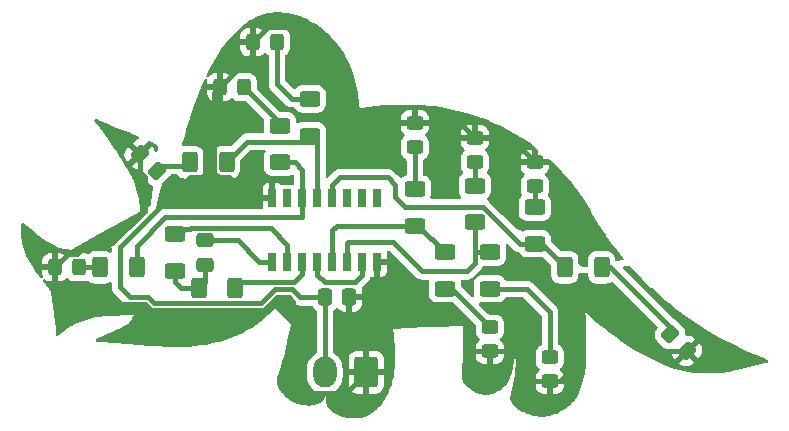
<source format=gbr>
G04 #@! TF.GenerationSoftware,KiCad,Pcbnew,7.0.6*
G04 #@! TF.CreationDate,2023-12-11T14:45:34+01:00*
G04 #@! TF.ProjectId,Dino-Blinker,44696e6f-2d42-46c6-996e-6b65722e6b69,rev?*
G04 #@! TF.SameCoordinates,Original*
G04 #@! TF.FileFunction,Copper,L1,Top*
G04 #@! TF.FilePolarity,Positive*
%FSLAX46Y46*%
G04 Gerber Fmt 4.6, Leading zero omitted, Abs format (unit mm)*
G04 Created by KiCad (PCBNEW 7.0.6) date 2023-12-11 14:45:34*
%MOMM*%
%LPD*%
G01*
G04 APERTURE LIST*
G04 Aperture macros list*
%AMRoundRect*
0 Rectangle with rounded corners*
0 $1 Rounding radius*
0 $2 $3 $4 $5 $6 $7 $8 $9 X,Y pos of 4 corners*
0 Add a 4 corners polygon primitive as box body*
4,1,4,$2,$3,$4,$5,$6,$7,$8,$9,$2,$3,0*
0 Add four circle primitives for the rounded corners*
1,1,$1+$1,$2,$3*
1,1,$1+$1,$4,$5*
1,1,$1+$1,$6,$7*
1,1,$1+$1,$8,$9*
0 Add four rect primitives between the rounded corners*
20,1,$1+$1,$2,$3,$4,$5,0*
20,1,$1+$1,$4,$5,$6,$7,0*
20,1,$1+$1,$6,$7,$8,$9,0*
20,1,$1+$1,$8,$9,$2,$3,0*%
G04 Aperture macros list end*
G04 #@! TA.AperFunction,SMDPad,CuDef*
%ADD10RoundRect,0.250000X0.625000X-0.400000X0.625000X0.400000X-0.625000X0.400000X-0.625000X-0.400000X0*%
G04 #@! TD*
G04 #@! TA.AperFunction,SMDPad,CuDef*
%ADD11RoundRect,0.250000X0.400000X0.625000X-0.400000X0.625000X-0.400000X-0.625000X0.400000X-0.625000X0*%
G04 #@! TD*
G04 #@! TA.AperFunction,SMDPad,CuDef*
%ADD12RoundRect,0.250000X0.475000X-0.337500X0.475000X0.337500X-0.475000X0.337500X-0.475000X-0.337500X0*%
G04 #@! TD*
G04 #@! TA.AperFunction,SMDPad,CuDef*
%ADD13RoundRect,0.250000X0.548008X0.088388X0.088388X0.548008X-0.548008X-0.088388X-0.088388X-0.548008X0*%
G04 #@! TD*
G04 #@! TA.AperFunction,SMDPad,CuDef*
%ADD14RoundRect,0.250000X0.450000X-0.325000X0.450000X0.325000X-0.450000X0.325000X-0.450000X-0.325000X0*%
G04 #@! TD*
G04 #@! TA.AperFunction,ComponentPad*
%ADD15RoundRect,0.250000X0.750000X1.050000X-0.750000X1.050000X-0.750000X-1.050000X0.750000X-1.050000X0*%
G04 #@! TD*
G04 #@! TA.AperFunction,ComponentPad*
%ADD16O,2.000000X2.600000*%
G04 #@! TD*
G04 #@! TA.AperFunction,SMDPad,CuDef*
%ADD17RoundRect,0.250000X0.325000X0.450000X-0.325000X0.450000X-0.325000X-0.450000X0.325000X-0.450000X0*%
G04 #@! TD*
G04 #@! TA.AperFunction,SMDPad,CuDef*
%ADD18RoundRect,0.250000X-0.625000X0.400000X-0.625000X-0.400000X0.625000X-0.400000X0.625000X0.400000X0*%
G04 #@! TD*
G04 #@! TA.AperFunction,SMDPad,CuDef*
%ADD19RoundRect,0.250000X-0.450000X0.325000X-0.450000X-0.325000X0.450000X-0.325000X0.450000X0.325000X0*%
G04 #@! TD*
G04 #@! TA.AperFunction,SMDPad,CuDef*
%ADD20RoundRect,0.250000X-0.400000X-0.625000X0.400000X-0.625000X0.400000X0.625000X-0.400000X0.625000X0*%
G04 #@! TD*
G04 #@! TA.AperFunction,SMDPad,CuDef*
%ADD21RoundRect,0.250000X0.337500X0.475000X-0.337500X0.475000X-0.337500X-0.475000X0.337500X-0.475000X0*%
G04 #@! TD*
G04 #@! TA.AperFunction,SMDPad,CuDef*
%ADD22R,0.650000X1.525000*%
G04 #@! TD*
G04 #@! TA.AperFunction,SMDPad,CuDef*
%ADD23RoundRect,0.250000X-0.548008X-0.088388X-0.088388X-0.548008X0.548008X0.088388X0.088388X0.548008X0*%
G04 #@! TD*
G04 #@! TA.AperFunction,Conductor*
%ADD24C,0.400000*%
G04 #@! TD*
G04 APERTURE END LIST*
D10*
G04 #@! TO.P,R12,1*
G04 #@! TO.N,Net-(C1-Pad1)*
X125730000Y-104420000D03*
G04 #@! TO.P,R12,2*
G04 #@! TO.N,Net-(IC1-[Oslash]O)*
X125730000Y-101320000D03*
G04 #@! TD*
D11*
G04 #@! TO.P,R4,1*
G04 #@! TO.N,/LED4*
X130100000Y-95250000D03*
G04 #@! TO.P,R4,2*
G04 #@! TO.N,Net-(D4-K)*
X127000000Y-95250000D03*
G04 #@! TD*
D10*
G04 #@! TO.P,R7,1*
G04 #@! TO.N,/LED4*
X137160000Y-92990000D03*
G04 #@! TO.P,R7,2*
G04 #@! TO.N,Net-(D7-K)*
X137160000Y-89890000D03*
G04 #@! TD*
D12*
G04 #@! TO.P,C1,1*
G04 #@! TO.N,Net-(C1-Pad1)*
X128270000Y-103907500D03*
G04 #@! TO.P,C1,2*
G04 #@! TO.N,Net-(IC1-~{[Oslash]O})*
X128270000Y-101832500D03*
G04 #@! TD*
D13*
G04 #@! TO.P,D4,1,K*
G04 #@! TO.N,Net-(D4-K)*
X124194784Y-95974784D03*
G04 #@! TO.P,D4,2,A*
G04 #@! TO.N,VCC*
X122745216Y-94525216D03*
G04 #@! TD*
D14*
G04 #@! TO.P,D9,1,K*
G04 #@! TO.N,Net-(D9-K)*
X146050000Y-93980000D03*
G04 #@! TO.P,D9,2,A*
G04 #@! TO.N,GND*
X146050000Y-91930000D03*
G04 #@! TD*
D15*
G04 #@! TO.P,J1,1,Pin_1*
G04 #@! TO.N,VCC*
X141930000Y-113030000D03*
D16*
G04 #@! TO.P,J1,2,Pin_2*
G04 #@! TO.N,GND*
X138430000Y-113030000D03*
G04 #@! TD*
D17*
G04 #@! TO.P,D7,1,K*
G04 #@! TO.N,Net-(D7-K)*
X134375000Y-85090000D03*
G04 #@! TO.P,D7,2,A*
G04 #@! TO.N,GND*
X132325000Y-85090000D03*
G04 #@! TD*
D10*
G04 #@! TO.P,R6,1*
G04 #@! TO.N,/LED5*
X134620000Y-95250000D03*
G04 #@! TO.P,R6,2*
G04 #@! TO.N,Net-(D6-K)*
X134620000Y-92150000D03*
G04 #@! TD*
D14*
G04 #@! TO.P,D10,1,K*
G04 #@! TO.N,Net-(D10-K)*
X151130000Y-95250000D03*
G04 #@! TO.P,D10,2,A*
G04 #@! TO.N,GND*
X151130000Y-93200000D03*
G04 #@! TD*
D18*
G04 #@! TO.P,R1,1*
G04 #@! TO.N,/LED1*
X152400000Y-102870000D03*
G04 #@! TO.P,R1,2*
G04 #@! TO.N,Net-(D1-K)*
X152400000Y-105970000D03*
G04 #@! TD*
D10*
G04 #@! TO.P,R9,1*
G04 #@! TO.N,/LED2*
X146050000Y-100610000D03*
G04 #@! TO.P,R9,2*
G04 #@! TO.N,Net-(D9-K)*
X146050000Y-97510000D03*
G04 #@! TD*
D19*
G04 #@! TO.P,D1,1,K*
G04 #@! TO.N,Net-(D1-K)*
X157480000Y-111760000D03*
G04 #@! TO.P,D1,2,A*
G04 #@! TO.N,VCC*
X157480000Y-113810000D03*
G04 #@! TD*
D20*
G04 #@! TO.P,R11,1*
G04 #@! TO.N,Net-(C1-Pad1)*
X127757841Y-105912863D03*
G04 #@! TO.P,R11,2*
G04 #@! TO.N,Net-(IC1-~{[Oslash]I})*
X130857841Y-105912863D03*
G04 #@! TD*
D14*
G04 #@! TO.P,D8,1,K*
G04 #@! TO.N,Net-(D8-K)*
X156210000Y-97300000D03*
G04 #@! TO.P,D8,2,A*
G04 #@! TO.N,GND*
X156210000Y-95250000D03*
G04 #@! TD*
D18*
G04 #@! TO.P,R2,1*
G04 #@! TO.N,/LED2*
X148590000Y-102870000D03*
G04 #@! TO.P,R2,2*
G04 #@! TO.N,Net-(D2-K)*
X148590000Y-105970000D03*
G04 #@! TD*
D19*
G04 #@! TO.P,D2,1,K*
G04 #@! TO.N,Net-(D2-K)*
X152400000Y-109220000D03*
G04 #@! TO.P,D2,2,A*
G04 #@! TO.N,VCC*
X152400000Y-111270000D03*
G04 #@! TD*
D21*
G04 #@! TO.P,C2,1*
G04 #@! TO.N,VCC*
X140505000Y-106680000D03*
G04 #@! TO.P,C2,2*
G04 #@! TO.N,GND*
X138430000Y-106680000D03*
G04 #@! TD*
D20*
G04 #@! TO.P,R3,1*
G04 #@! TO.N,/LED3*
X158750000Y-104140000D03*
G04 #@! TO.P,R3,2*
G04 #@! TO.N,Net-(D3-K)*
X161850000Y-104140000D03*
G04 #@! TD*
D10*
G04 #@! TO.P,R10,1*
G04 #@! TO.N,/LED1*
X151130000Y-100330000D03*
G04 #@! TO.P,R10,2*
G04 #@! TO.N,Net-(D10-K)*
X151130000Y-97230000D03*
G04 #@! TD*
D17*
G04 #@! TO.P,D6,1,K*
G04 #@! TO.N,Net-(D6-K)*
X131590000Y-88900000D03*
G04 #@! TO.P,D6,2,A*
G04 #@! TO.N,GND*
X129540000Y-88900000D03*
G04 #@! TD*
D22*
G04 #@! TO.P,IC1,1,Q12*
G04 #@! TO.N,unconnected-(IC1-Q12-Pad1)*
X142875000Y-98253000D03*
G04 #@! TO.P,IC1,2,Q13*
G04 #@! TO.N,unconnected-(IC1-Q13-Pad2)*
X141605000Y-98253000D03*
G04 #@! TO.P,IC1,3,Q14*
G04 #@! TO.N,unconnected-(IC1-Q14-Pad3)*
X140335000Y-98253000D03*
G04 #@! TO.P,IC1,4,Q6*
G04 #@! TO.N,/LED3*
X139065000Y-98253000D03*
G04 #@! TO.P,IC1,5,Q5*
G04 #@! TO.N,/LED4*
X137795000Y-98253000D03*
G04 #@! TO.P,IC1,6,Q7*
G04 #@! TO.N,/LED5*
X136525000Y-98253000D03*
G04 #@! TO.P,IC1,7,Q4*
G04 #@! TO.N,unconnected-(IC1-Q4-Pad7)*
X135255000Y-98253000D03*
G04 #@! TO.P,IC1,8,GND*
G04 #@! TO.N,GND*
X133985000Y-98253000D03*
G04 #@! TO.P,IC1,9,~{[Oslash]O}*
G04 #@! TO.N,Net-(IC1-~{[Oslash]O})*
X133985000Y-103677000D03*
G04 #@! TO.P,IC1,10,[Oslash]O*
G04 #@! TO.N,Net-(IC1-[Oslash]O)*
X135255000Y-103677000D03*
G04 #@! TO.P,IC1,11,~{[Oslash]I}*
G04 #@! TO.N,Net-(IC1-~{[Oslash]I})*
X136525000Y-103677000D03*
G04 #@! TO.P,IC1,12,CLEAR*
G04 #@! TO.N,Net-(IC1-CLEAR)*
X137795000Y-103677000D03*
G04 #@! TO.P,IC1,13,Q9*
G04 #@! TO.N,/LED2*
X139065000Y-103677000D03*
G04 #@! TO.P,IC1,14,Q8*
G04 #@! TO.N,/LED1*
X140335000Y-103677000D03*
G04 #@! TO.P,IC1,15,Q10*
G04 #@! TO.N,Net-(IC1-CLEAR)*
X141605000Y-103677000D03*
G04 #@! TO.P,IC1,16,VCC*
G04 #@! TO.N,VCC*
X142875000Y-103677000D03*
G04 #@! TD*
D11*
G04 #@! TO.P,R5,1*
G04 #@! TO.N,/LED5*
X122480000Y-104140000D03*
G04 #@! TO.P,R5,2*
G04 #@! TO.N,Net-(D5-K)*
X119380000Y-104140000D03*
G04 #@! TD*
D10*
G04 #@! TO.P,R8,1*
G04 #@! TO.N,/LED3*
X156210000Y-102160000D03*
G04 #@! TO.P,R8,2*
G04 #@! TO.N,Net-(D8-K)*
X156210000Y-99060000D03*
G04 #@! TD*
D23*
G04 #@! TO.P,D3,1,K*
G04 #@! TO.N,Net-(D3-K)*
X167640000Y-109765216D03*
G04 #@! TO.P,D3,2,A*
G04 #@! TO.N,VCC*
X169089568Y-111214784D03*
G04 #@! TD*
D17*
G04 #@! TO.P,D5,1,K*
G04 #@! TO.N,Net-(D5-K)*
X117620000Y-104140000D03*
G04 #@! TO.P,D5,2,A*
G04 #@! TO.N,VCC*
X115570000Y-104140000D03*
G04 #@! TD*
D24*
G04 #@! TO.N,Net-(C1-Pad1)*
X127757841Y-105912863D02*
X126232863Y-105912863D01*
X126232863Y-105912863D02*
X125730000Y-105410000D01*
X125730000Y-105410000D02*
X125730000Y-104420000D01*
X128270000Y-105400704D02*
X127757841Y-105912863D01*
X128270000Y-103907500D02*
X128270000Y-105400704D01*
G04 #@! TO.N,Net-(IC1-~{[Oslash]O})*
X132887000Y-103677000D02*
X133985000Y-103677000D01*
X131042500Y-101832500D02*
X132887000Y-103677000D01*
X128270000Y-101832500D02*
X131042500Y-101832500D01*
G04 #@! TO.N,VCC*
X134397393Y-106680000D02*
X133289530Y-107787863D01*
X123190000Y-99343052D02*
X120430152Y-102102900D01*
X135753880Y-107084383D02*
X135349497Y-106680000D01*
X115570000Y-105410000D02*
X115570000Y-104140000D01*
X120430152Y-102102900D02*
X118387989Y-102102900D01*
X165669763Y-111214784D02*
X169089568Y-111214784D01*
X123190000Y-107280000D02*
X117440000Y-107280000D01*
X157480000Y-113810000D02*
X158348061Y-113810000D01*
X155447223Y-113318590D02*
X155938633Y-113810000D01*
X159423083Y-112734978D02*
X159423083Y-107276917D01*
X118387989Y-102102900D02*
X117450889Y-103040000D01*
X160020000Y-106680000D02*
X161134979Y-106680000D01*
X141930000Y-113030000D02*
X140177328Y-114782672D01*
X150831320Y-109067445D02*
X149158375Y-107394500D01*
X122745216Y-96080850D02*
X123190000Y-96525634D01*
X123697863Y-107787863D02*
X123190000Y-107280000D01*
X116670000Y-103040000D02*
X115570000Y-104140000D01*
X142875000Y-107394500D02*
X141930000Y-108339500D01*
X152400000Y-111270000D02*
X151037575Y-111270000D01*
X155447223Y-111677181D02*
X155447223Y-113318590D01*
X122745216Y-94525216D02*
X122745216Y-96080850D01*
X152400000Y-111270000D02*
X155040042Y-111270000D01*
X135753880Y-113313903D02*
X135753880Y-107084383D01*
X135349497Y-106680000D02*
X134397393Y-106680000D01*
X142875000Y-107394500D02*
X142875000Y-103677000D01*
X158348061Y-113810000D02*
X159423083Y-112734978D01*
X151037575Y-111270000D02*
X150831320Y-111063745D01*
X137222649Y-114782672D02*
X135753880Y-113313903D01*
X123190000Y-96525634D02*
X123190000Y-99343052D01*
X133289530Y-107787863D02*
X123697863Y-107787863D01*
X149158375Y-107394500D02*
X142875000Y-107394500D01*
X161134979Y-106680000D02*
X165669763Y-111214784D01*
X117450889Y-103040000D02*
X116670000Y-103040000D01*
X159423083Y-107276917D02*
X160020000Y-106680000D01*
X150831320Y-111063745D02*
X150831320Y-109067445D01*
X140505000Y-106680000D02*
X142875000Y-106680000D01*
X140177328Y-114782672D02*
X137222649Y-114782672D01*
X141930000Y-108339500D02*
X141930000Y-113030000D01*
X155938633Y-113810000D02*
X157480000Y-113810000D01*
X117440000Y-107280000D02*
X115570000Y-105410000D01*
X155040042Y-111270000D02*
X155447223Y-111677181D01*
G04 #@! TO.N,GND*
X134218865Y-106010000D02*
X133041002Y-107187863D01*
X151130000Y-93200000D02*
X149860000Y-91930000D01*
X141460000Y-91930000D02*
X137160000Y-87630000D01*
X137160000Y-85000380D02*
X135979620Y-83820000D01*
X156210000Y-95250000D02*
X154160000Y-93200000D01*
X121067531Y-105824723D02*
X121067531Y-102452469D01*
X137160000Y-87630000D02*
X137160000Y-85000380D01*
X138430000Y-113030000D02*
X138430000Y-106680000D01*
X121067531Y-102452469D02*
X126995000Y-96525000D01*
X136328028Y-106680000D02*
X135658028Y-106010000D01*
X129050000Y-96144239D02*
X129050000Y-89390000D01*
X126995000Y-96525000D02*
X129430761Y-96525000D01*
X149860000Y-91930000D02*
X146050000Y-91930000D01*
X133595000Y-83820000D02*
X132325000Y-85090000D01*
X154160000Y-93200000D02*
X151130000Y-93200000D01*
X121922808Y-106680000D02*
X121067531Y-105824723D01*
X129540000Y-88900000D02*
X132325000Y-86115000D01*
X146050000Y-91930000D02*
X141460000Y-91930000D01*
X132080000Y-98253000D02*
X130352000Y-96525000D01*
X132080000Y-98253000D02*
X133985000Y-98253000D01*
X138430000Y-106680000D02*
X136328028Y-106680000D01*
X135979620Y-83820000D02*
X133595000Y-83820000D01*
X132325000Y-86115000D02*
X132325000Y-85090000D01*
X123438528Y-106680000D02*
X121922808Y-106680000D01*
X133041002Y-107187863D02*
X123946391Y-107187863D01*
X135658028Y-106010000D02*
X134218865Y-106010000D01*
X129430761Y-96525000D02*
X129050000Y-96144239D01*
X129050000Y-89390000D02*
X129540000Y-88900000D01*
X130352000Y-96525000D02*
X129430761Y-96525000D01*
X123946391Y-107187863D02*
X123438528Y-106680000D01*
G04 #@! TO.N,Net-(D1-K)*
X157480000Y-107950000D02*
X157480000Y-111760000D01*
X155500000Y-105970000D02*
X157480000Y-107950000D01*
X152400000Y-105970000D02*
X155500000Y-105970000D01*
G04 #@! TO.N,Net-(D2-K)*
X149150000Y-105970000D02*
X152400000Y-109220000D01*
X148590000Y-105970000D02*
X149150000Y-105970000D01*
G04 #@! TO.N,Net-(D3-K)*
X161850000Y-104140000D02*
X162560000Y-104140000D01*
X162560000Y-104140000D02*
X167640000Y-109220000D01*
X167640000Y-109220000D02*
X167640000Y-109765216D01*
G04 #@! TO.N,Net-(D4-K)*
X126711862Y-95538138D02*
X127000000Y-95250000D01*
X124194784Y-95974784D02*
X124631430Y-95538138D01*
X124631430Y-95538138D02*
X126711862Y-95538138D01*
G04 #@! TO.N,Net-(D5-K)*
X117620000Y-104140000D02*
X119380000Y-104140000D01*
G04 #@! TO.N,Net-(D6-K)*
X134620000Y-91930000D02*
X131590000Y-88900000D01*
X134620000Y-92150000D02*
X134620000Y-91930000D01*
G04 #@! TO.N,Net-(D7-K)*
X137160000Y-89890000D02*
X135610000Y-89890000D01*
X134375000Y-88655000D02*
X134375000Y-85090000D01*
X135610000Y-89890000D02*
X134375000Y-88655000D01*
G04 #@! TO.N,Net-(D8-K)*
X156210000Y-99060000D02*
X156210000Y-97300000D01*
G04 #@! TO.N,Net-(D9-K)*
X146050000Y-97510000D02*
X146050000Y-93980000D01*
G04 #@! TO.N,Net-(D10-K)*
X151130000Y-97230000D02*
X151130000Y-95250000D01*
G04 #@! TO.N,/LED3*
X144377620Y-97138942D02*
X144377620Y-98219739D01*
X151840000Y-99060000D02*
X154940000Y-102160000D01*
X158750000Y-104140000D02*
X156770000Y-102160000D01*
X139065000Y-97155000D02*
X139700000Y-96520000D01*
X139065000Y-98253000D02*
X139065000Y-97155000D01*
X143758678Y-96520000D02*
X144377620Y-97138942D01*
X139700000Y-96520000D02*
X143758678Y-96520000D01*
X156770000Y-102160000D02*
X154940000Y-102160000D01*
X144377620Y-98219739D02*
X145217881Y-99060000D01*
X145217881Y-99060000D02*
X151840000Y-99060000D01*
G04 #@! TO.N,/LED4*
X137795000Y-98253000D02*
X137795000Y-93625000D01*
X131850838Y-93499162D02*
X130100000Y-95250000D01*
X137669162Y-93499162D02*
X131850838Y-93499162D01*
X137795000Y-93625000D02*
X137669162Y-93499162D01*
G04 #@! TO.N,/LED5*
X122480000Y-102310000D02*
X124872250Y-99917750D01*
X122480000Y-104140000D02*
X122480000Y-102310000D01*
X124872250Y-99917750D02*
X136525000Y-99917750D01*
X134620000Y-95250000D02*
X135890000Y-95250000D01*
X136525000Y-99917750D02*
X136525000Y-98253000D01*
X135890000Y-95250000D02*
X136525000Y-95885000D01*
X136525000Y-95885000D02*
X136525000Y-98253000D01*
G04 #@! TO.N,Net-(IC1-[Oslash]O)*
X127085000Y-100845000D02*
X133865000Y-100845000D01*
X135255000Y-102235000D02*
X135255000Y-103677000D01*
X126538528Y-100930000D02*
X127000000Y-100930000D01*
X127000000Y-100930000D02*
X127085000Y-100845000D01*
X126435000Y-101033528D02*
X126538528Y-100930000D01*
X133865000Y-100845000D02*
X135255000Y-102235000D01*
G04 #@! TO.N,Net-(IC1-~{[Oslash]I})*
X135814448Y-105410000D02*
X131370000Y-105410000D01*
X136525000Y-103677000D02*
X136525000Y-104699448D01*
X136525000Y-104699448D02*
X135814448Y-105410000D01*
G04 #@! TO.N,Net-(IC1-CLEAR)*
X141605000Y-103677000D02*
X141605000Y-104775000D01*
X137795000Y-104775000D02*
X137795000Y-103677000D01*
X141605000Y-104775000D02*
X140970000Y-105410000D01*
X140970000Y-105410000D02*
X138430000Y-105410000D01*
X138430000Y-105410000D02*
X137795000Y-104775000D01*
G04 #@! TO.N,/LED2*
X139065000Y-100965000D02*
X139420000Y-100610000D01*
X146050000Y-100610000D02*
X146330000Y-100610000D01*
X139420000Y-100610000D02*
X146050000Y-100610000D01*
X146330000Y-100610000D02*
X148590000Y-102870000D01*
X139065000Y-103677000D02*
X139065000Y-100965000D01*
G04 #@! TO.N,/LED1*
X140335000Y-103677000D02*
X140335000Y-102102250D01*
X140335000Y-102102250D02*
X140412986Y-102024264D01*
X151130000Y-102870000D02*
X151130000Y-100330000D01*
X146693828Y-104485947D02*
X150421585Y-104485947D01*
X144232145Y-102024264D02*
X146693828Y-104485947D01*
X140412986Y-102024264D02*
X144232145Y-102024264D01*
X152400000Y-102870000D02*
X151130000Y-102870000D01*
X151130000Y-103777532D02*
X151130000Y-102870000D01*
X150421585Y-104485947D02*
X151130000Y-103777532D01*
G04 #@! TD*
G04 #@! TA.AperFunction,Conductor*
G04 #@! TO.N,GND*
G36*
X134620008Y-82550500D02*
G01*
X134783488Y-82558588D01*
X134918239Y-82569477D01*
X134947456Y-82571838D01*
X135111408Y-82590222D01*
X135274763Y-82613697D01*
X135436993Y-82642232D01*
X135597542Y-82675788D01*
X135755855Y-82714325D01*
X135911444Y-82757818D01*
X135956823Y-82772241D01*
X136062433Y-82805808D01*
X136065094Y-82806722D01*
X136480266Y-82960398D01*
X136483582Y-82961736D01*
X136883407Y-83136786D01*
X136886690Y-83138340D01*
X137271229Y-83334586D01*
X137274472Y-83336366D01*
X137643470Y-83553511D01*
X137646624Y-83555497D01*
X137939943Y-83752950D01*
X137999842Y-83793272D01*
X138002896Y-83795465D01*
X138340072Y-84053578D01*
X138342998Y-84055963D01*
X138589436Y-84269608D01*
X138661165Y-84331793D01*
X138663867Y-84334135D01*
X138666631Y-84336682D01*
X138970949Y-84634657D01*
X138973532Y-84637342D01*
X139261015Y-84954833D01*
X139263401Y-84957631D01*
X139533796Y-85294387D01*
X139535959Y-85297246D01*
X139787003Y-85650210D01*
X139788992Y-85653006D01*
X139790960Y-85655948D01*
X140025972Y-86029847D01*
X140026329Y-86030414D01*
X140028086Y-86033389D01*
X140245514Y-86426303D01*
X140247053Y-86429270D01*
X140353912Y-86649796D01*
X140446250Y-86840356D01*
X140447595Y-86843327D01*
X140628290Y-87272347D01*
X140629441Y-87275287D01*
X140791302Y-87721877D01*
X140792287Y-87724822D01*
X140880791Y-88013355D01*
X140968797Y-88344251D01*
X141052487Y-88699070D01*
X141128556Y-89061059D01*
X141193676Y-89413392D01*
X141244501Y-89739135D01*
X141277691Y-90021306D01*
X141277713Y-90021488D01*
X141286672Y-90141121D01*
X141289980Y-90243610D01*
X141290462Y-90318766D01*
X141290430Y-90319552D01*
X141290482Y-90321796D01*
X141290568Y-90330594D01*
X141290765Y-90332361D01*
X141292215Y-90386500D01*
X141292183Y-90387645D01*
X141292310Y-90390005D01*
X141292568Y-90397506D01*
X141292917Y-90399973D01*
X141293924Y-90416560D01*
X141293923Y-90417926D01*
X141294165Y-90420494D01*
X141294640Y-90428015D01*
X141295172Y-90430943D01*
X141296024Y-90439770D01*
X141296105Y-90442966D01*
X141296882Y-90448662D01*
X141297186Y-90451538D01*
X141297525Y-90453094D01*
X141300145Y-90471141D01*
X141300303Y-90472878D01*
X141300340Y-90473058D01*
X141300861Y-90475992D01*
X141300971Y-90476715D01*
X141301482Y-90478550D01*
X141304877Y-90494685D01*
X141305229Y-90496985D01*
X141305916Y-90499697D01*
X141306706Y-90501875D01*
X141311121Y-90516756D01*
X141311849Y-90519708D01*
X141313129Y-90522460D01*
X141318973Y-90536700D01*
X141319814Y-90538994D01*
X141321036Y-90541011D01*
X141329518Y-90556135D01*
X141329738Y-90556573D01*
X141330904Y-90558012D01*
X141341124Y-90571437D01*
X141341364Y-90571783D01*
X141342624Y-90572941D01*
X141353811Y-90583779D01*
X141355044Y-90585033D01*
X141356614Y-90586085D01*
X141368246Y-90594358D01*
X141369626Y-90595339D01*
X141371078Y-90596426D01*
X141372783Y-90597246D01*
X141384268Y-90603168D01*
X141387422Y-90604794D01*
X141389571Y-90606000D01*
X141391945Y-90606763D01*
X141408107Y-90612673D01*
X141410848Y-90613803D01*
X141413792Y-90614382D01*
X141431003Y-90618672D01*
X141434045Y-90619614D01*
X141435090Y-90619826D01*
X141438240Y-90620136D01*
X141457110Y-90623125D01*
X141459727Y-90623724D01*
X141462915Y-90624116D01*
X141465614Y-90624170D01*
X141482522Y-90625640D01*
X141486650Y-90626296D01*
X141489259Y-90626359D01*
X141493514Y-90626608D01*
X141496824Y-90626915D01*
X141501174Y-90626710D01*
X141503529Y-90626781D01*
X141515535Y-90627148D01*
X141519543Y-90627566D01*
X141522662Y-90627483D01*
X141526780Y-90627510D01*
X141530957Y-90627675D01*
X141535016Y-90627285D01*
X141549793Y-90627078D01*
X141553489Y-90627374D01*
X141560070Y-90626997D01*
X141563053Y-90626899D01*
X141569810Y-90626837D01*
X141573310Y-90626333D01*
X141591625Y-90625431D01*
X141594795Y-90625540D01*
X141602092Y-90624915D01*
X141611835Y-90624483D01*
X141614914Y-90623925D01*
X141633155Y-90622517D01*
X141636143Y-90622605D01*
X141646486Y-90621488D01*
X141660820Y-90620464D01*
X141663628Y-90619789D01*
X141673349Y-90618825D01*
X141680938Y-90618073D01*
X141683980Y-90618113D01*
X141694837Y-90616697D01*
X141694839Y-90616698D01*
X141694908Y-90616689D01*
X141695024Y-90616678D01*
X141695025Y-90616677D01*
X141705819Y-90615654D01*
X141708548Y-90615008D01*
X141791463Y-90604796D01*
X141793782Y-90604757D01*
X141804508Y-90603192D01*
X141804509Y-90603193D01*
X141804605Y-90603179D01*
X141804696Y-90603168D01*
X141804696Y-90603167D01*
X141817187Y-90601657D01*
X141819462Y-90601046D01*
X141918839Y-90586786D01*
X141921195Y-90586711D01*
X141932452Y-90584834D01*
X141932453Y-90584835D01*
X141932519Y-90584824D01*
X141932642Y-90584807D01*
X141932642Y-90584806D01*
X141949594Y-90582464D01*
X141951539Y-90581844D01*
X142248918Y-90535264D01*
X142497532Y-90501358D01*
X142787766Y-90471577D01*
X143469125Y-90424493D01*
X144244451Y-90394286D01*
X145065456Y-90381206D01*
X145883700Y-90385518D01*
X146650771Y-90407477D01*
X147318282Y-90447343D01*
X147599562Y-90474069D01*
X147837830Y-90505371D01*
X148575733Y-90633554D01*
X149297908Y-90784743D01*
X150004505Y-90958997D01*
X150695621Y-91156366D01*
X151371355Y-91376899D01*
X152031808Y-91620645D01*
X152677100Y-91887663D01*
X153307321Y-92177997D01*
X153922547Y-92491682D01*
X154522953Y-92828805D01*
X155108582Y-93189384D01*
X155679576Y-93573492D01*
X156236015Y-93981164D01*
X156412747Y-94121798D01*
X156413210Y-94122166D01*
X156453411Y-94179312D01*
X156460000Y-94219195D01*
X156460000Y-95000000D01*
X157399042Y-95000000D01*
X157466081Y-95019685D01*
X157483596Y-95033300D01*
X157819089Y-95346090D01*
X158066037Y-95588455D01*
X158301384Y-95826054D01*
X158526038Y-96060101D01*
X158741165Y-96292079D01*
X158947832Y-96523367D01*
X159147079Y-96755315D01*
X159339996Y-96989330D01*
X159527620Y-97226754D01*
X159711011Y-97468956D01*
X159891286Y-97717380D01*
X160069465Y-97973344D01*
X160246668Y-98238301D01*
X160423894Y-98513533D01*
X160602249Y-98800473D01*
X160951530Y-99389572D01*
X160966546Y-99414897D01*
X160966562Y-99414925D01*
X160966601Y-99414990D01*
X160975119Y-99429310D01*
X160975650Y-99429963D01*
X161587884Y-100443029D01*
X161588618Y-100444459D01*
X161590186Y-100446839D01*
X161593855Y-100452859D01*
X161595862Y-100455409D01*
X162248933Y-101441422D01*
X162249757Y-101442876D01*
X162251364Y-101445093D01*
X162254929Y-101450474D01*
X162257154Y-101453088D01*
X162523689Y-101821132D01*
X162947276Y-102406043D01*
X162948179Y-102407479D01*
X162948820Y-102408285D01*
X162950578Y-102410607D01*
X162953175Y-102414211D01*
X162955545Y-102416788D01*
X163439173Y-103028656D01*
X163674259Y-103326079D01*
X163682347Y-103336311D01*
X163683227Y-103337579D01*
X163684756Y-103339362D01*
X163684757Y-103339365D01*
X163684811Y-103339428D01*
X163684869Y-103339501D01*
X163684870Y-103339501D01*
X163689627Y-103345489D01*
X163692113Y-103347903D01*
X163703098Y-103360653D01*
X163731943Y-103424291D01*
X163721804Y-103493421D01*
X163675900Y-103546095D01*
X163630297Y-103563776D01*
X163145640Y-103647633D01*
X163076226Y-103639666D01*
X163022138Y-103595436D01*
X163000549Y-103528985D01*
X163000499Y-103525448D01*
X163000499Y-103464998D01*
X163000498Y-103464981D01*
X162989999Y-103362203D01*
X162989998Y-103362200D01*
X162985260Y-103347903D01*
X162934814Y-103195666D01*
X162842712Y-103046344D01*
X162718656Y-102922288D01*
X162602975Y-102850936D01*
X162569336Y-102830187D01*
X162569331Y-102830185D01*
X162557278Y-102826191D01*
X162402797Y-102775001D01*
X162402795Y-102775000D01*
X162300010Y-102764500D01*
X161399998Y-102764500D01*
X161399980Y-102764501D01*
X161297203Y-102775000D01*
X161297200Y-102775001D01*
X161130668Y-102830185D01*
X161130663Y-102830187D01*
X160981342Y-102922289D01*
X160857289Y-103046342D01*
X160765187Y-103195663D01*
X160765185Y-103195666D01*
X160765186Y-103195666D01*
X160710001Y-103362203D01*
X160710001Y-103362204D01*
X160710000Y-103362204D01*
X160699500Y-103464983D01*
X160699500Y-103966488D01*
X160679815Y-104033527D01*
X160627011Y-104079282D01*
X160596641Y-104088673D01*
X160344619Y-104132279D01*
X160275205Y-104124312D01*
X160260903Y-104117147D01*
X159961924Y-103942388D01*
X159913980Y-103891564D01*
X159900499Y-103835335D01*
X159900499Y-103464998D01*
X159900498Y-103464981D01*
X159889999Y-103362203D01*
X159889998Y-103362200D01*
X159885260Y-103347903D01*
X159834814Y-103195666D01*
X159742712Y-103046344D01*
X159618656Y-102922288D01*
X159502975Y-102850936D01*
X159469336Y-102830187D01*
X159469331Y-102830185D01*
X159457278Y-102826191D01*
X159302797Y-102775001D01*
X159302795Y-102775000D01*
X159200016Y-102764500D01*
X159200009Y-102764500D01*
X158416519Y-102764500D01*
X158349480Y-102744815D01*
X158328838Y-102728181D01*
X157621818Y-102021161D01*
X157588333Y-101959838D01*
X157585499Y-101933480D01*
X157585499Y-101709998D01*
X157585498Y-101709981D01*
X157574999Y-101607203D01*
X157574998Y-101607200D01*
X157569947Y-101591958D01*
X157519814Y-101440666D01*
X157427712Y-101291344D01*
X157303656Y-101167288D01*
X157154334Y-101075186D01*
X156987797Y-101020001D01*
X156987795Y-101020000D01*
X156885010Y-101009500D01*
X155534998Y-101009500D01*
X155534981Y-101009501D01*
X155432203Y-101020000D01*
X155432200Y-101020001D01*
X155265667Y-101075185D01*
X155227345Y-101098822D01*
X155159952Y-101117260D01*
X155099678Y-101100335D01*
X154563070Y-100786680D01*
X154537967Y-100767310D01*
X153455010Y-99684353D01*
X153280658Y-99510001D01*
X154834500Y-99510001D01*
X154834501Y-99510019D01*
X154845000Y-99612796D01*
X154845001Y-99612799D01*
X154864837Y-99672659D01*
X154900186Y-99779334D01*
X154992288Y-99928656D01*
X155116344Y-100052712D01*
X155265666Y-100144814D01*
X155432203Y-100199999D01*
X155534991Y-100210500D01*
X156885008Y-100210499D01*
X156987797Y-100199999D01*
X157154334Y-100144814D01*
X157303656Y-100052712D01*
X157427712Y-99928656D01*
X157519814Y-99779334D01*
X157574999Y-99612797D01*
X157585500Y-99510009D01*
X157585499Y-98609992D01*
X157574999Y-98507203D01*
X157519814Y-98340666D01*
X157427712Y-98191344D01*
X157351535Y-98115166D01*
X157318050Y-98053844D01*
X157323034Y-97984152D01*
X157333678Y-97962389D01*
X157344809Y-97944342D01*
X157344810Y-97944340D01*
X157344814Y-97944334D01*
X157399999Y-97777797D01*
X157410500Y-97675009D01*
X157410499Y-96924992D01*
X157403716Y-96858595D01*
X157399999Y-96822203D01*
X157399998Y-96822200D01*
X157389548Y-96790663D01*
X157344814Y-96655666D01*
X157252712Y-96506344D01*
X157128656Y-96382288D01*
X157125342Y-96380243D01*
X157123546Y-96378248D01*
X157122989Y-96377807D01*
X157123064Y-96377711D01*
X157078618Y-96328297D01*
X157067397Y-96259334D01*
X157095240Y-96195252D01*
X157125348Y-96169165D01*
X157128342Y-96167318D01*
X157252315Y-96043345D01*
X157344356Y-95894124D01*
X157344358Y-95894119D01*
X157399505Y-95727697D01*
X157399506Y-95727690D01*
X157409999Y-95624986D01*
X157410000Y-95624973D01*
X157410000Y-95500000D01*
X155010001Y-95500000D01*
X155010001Y-95624986D01*
X155020494Y-95727697D01*
X155075641Y-95894119D01*
X155075643Y-95894124D01*
X155167684Y-96043345D01*
X155291655Y-96167316D01*
X155291659Y-96167319D01*
X155294656Y-96169168D01*
X155296279Y-96170972D01*
X155297323Y-96171798D01*
X155297181Y-96171976D01*
X155341381Y-96221116D01*
X155352602Y-96290079D01*
X155324759Y-96354161D01*
X155294661Y-96380241D01*
X155291349Y-96382283D01*
X155291343Y-96382288D01*
X155167289Y-96506342D01*
X155075187Y-96655663D01*
X155075185Y-96655666D01*
X155075186Y-96655666D01*
X155020001Y-96822203D01*
X155020001Y-96822204D01*
X155020000Y-96822204D01*
X155009500Y-96924983D01*
X155009500Y-97675001D01*
X155009501Y-97675019D01*
X155020000Y-97777796D01*
X155020001Y-97777799D01*
X155075185Y-97944331D01*
X155075186Y-97944334D01*
X155075190Y-97944340D01*
X155086322Y-97962389D01*
X155104762Y-98029782D01*
X155083839Y-98096445D01*
X155068465Y-98115165D01*
X154992289Y-98191342D01*
X154900187Y-98340663D01*
X154900185Y-98340668D01*
X154877670Y-98408615D01*
X154845001Y-98507203D01*
X154845001Y-98507204D01*
X154845000Y-98507204D01*
X154834500Y-98609983D01*
X154834500Y-99510001D01*
X153280658Y-99510001D01*
X152351598Y-98580941D01*
X152349064Y-98578250D01*
X152307929Y-98531817D01*
X152307928Y-98531816D01*
X152307924Y-98531812D01*
X152256896Y-98496591D01*
X152253887Y-98494377D01*
X152205057Y-98456122D01*
X152205055Y-98456121D01*
X152198643Y-98452245D01*
X152200110Y-98449816D01*
X152157082Y-98412925D01*
X152137047Y-98345989D01*
X152156380Y-98278848D01*
X152195947Y-98239802D01*
X152223656Y-98222712D01*
X152347712Y-98098656D01*
X152439814Y-97949334D01*
X152494999Y-97782797D01*
X152505500Y-97680009D01*
X152505499Y-96779992D01*
X152503967Y-96764998D01*
X152494999Y-96677203D01*
X152494998Y-96677200D01*
X152477866Y-96625499D01*
X152439814Y-96510666D01*
X152347712Y-96361344D01*
X152223656Y-96237288D01*
X152223652Y-96237285D01*
X152205092Y-96225837D01*
X152158367Y-96173889D01*
X152147146Y-96104927D01*
X152169967Y-96050449D01*
X152168920Y-96049803D01*
X152172710Y-96043657D01*
X152172712Y-96043656D01*
X152264814Y-95894334D01*
X152319999Y-95727797D01*
X152330500Y-95625009D01*
X152330499Y-95000000D01*
X155010000Y-95000000D01*
X155960000Y-95000000D01*
X155960000Y-94175000D01*
X155710029Y-94175000D01*
X155710012Y-94175001D01*
X155607302Y-94185494D01*
X155440880Y-94240641D01*
X155440875Y-94240643D01*
X155291654Y-94332684D01*
X155167684Y-94456654D01*
X155075643Y-94605875D01*
X155075641Y-94605880D01*
X155020494Y-94772302D01*
X155020493Y-94772309D01*
X155010000Y-94875013D01*
X155010000Y-95000000D01*
X152330499Y-95000000D01*
X152330499Y-94874992D01*
X152329643Y-94866617D01*
X152319999Y-94772203D01*
X152319998Y-94772200D01*
X152308798Y-94738402D01*
X152264814Y-94605666D01*
X152172712Y-94456344D01*
X152048656Y-94332288D01*
X152045342Y-94330243D01*
X152043546Y-94328248D01*
X152042989Y-94327807D01*
X152043064Y-94327711D01*
X151998618Y-94278297D01*
X151987397Y-94209334D01*
X152015240Y-94145252D01*
X152045348Y-94119165D01*
X152048342Y-94117318D01*
X152172315Y-93993345D01*
X152264356Y-93844124D01*
X152264358Y-93844119D01*
X152319505Y-93677697D01*
X152319506Y-93677690D01*
X152329999Y-93574986D01*
X152330000Y-93574973D01*
X152330000Y-93450000D01*
X149930001Y-93450000D01*
X149930001Y-93574986D01*
X149940494Y-93677697D01*
X149995641Y-93844119D01*
X149995643Y-93844124D01*
X150087684Y-93993345D01*
X150211655Y-94117316D01*
X150211659Y-94117319D01*
X150214656Y-94119168D01*
X150216279Y-94120972D01*
X150217323Y-94121798D01*
X150217181Y-94121976D01*
X150261381Y-94171116D01*
X150272602Y-94240079D01*
X150244759Y-94304161D01*
X150214661Y-94330241D01*
X150211349Y-94332283D01*
X150211343Y-94332288D01*
X150087289Y-94456342D01*
X149995187Y-94605663D01*
X149995185Y-94605668D01*
X149981222Y-94647806D01*
X149940001Y-94772203D01*
X149940001Y-94772204D01*
X149940000Y-94772204D01*
X149929500Y-94874983D01*
X149929500Y-95625001D01*
X149929501Y-95625019D01*
X149940000Y-95727796D01*
X149940001Y-95727799D01*
X149995185Y-95894331D01*
X149995187Y-95894336D01*
X150003208Y-95907340D01*
X150087096Y-96043345D01*
X150091080Y-96049803D01*
X150089946Y-96050502D01*
X150113217Y-96108185D01*
X150100176Y-96176827D01*
X150054909Y-96225836D01*
X150036347Y-96237285D01*
X150036343Y-96237288D01*
X149912289Y-96361342D01*
X149820187Y-96510663D01*
X149820185Y-96510668D01*
X149803900Y-96559814D01*
X149765001Y-96677203D01*
X149765001Y-96677204D01*
X149765000Y-96677204D01*
X149754500Y-96779983D01*
X149754500Y-97680001D01*
X149754501Y-97680019D01*
X149765000Y-97782796D01*
X149765001Y-97782799D01*
X149820185Y-97949331D01*
X149820187Y-97949336D01*
X149834995Y-97973344D01*
X149910924Y-98096445D01*
X149912289Y-98098657D01*
X149961451Y-98147819D01*
X149994936Y-98209142D01*
X149989952Y-98278834D01*
X149948080Y-98334767D01*
X149882616Y-98359184D01*
X149873770Y-98359500D01*
X147488401Y-98359500D01*
X147421362Y-98339815D01*
X147375607Y-98287011D01*
X147365663Y-98217853D01*
X147370695Y-98196496D01*
X147414999Y-98062797D01*
X147425500Y-97960009D01*
X147425499Y-97059992D01*
X147418222Y-96988759D01*
X147414999Y-96957203D01*
X147414998Y-96957200D01*
X147382488Y-96859092D01*
X147359814Y-96790666D01*
X147267712Y-96641344D01*
X147143656Y-96517288D01*
X147009402Y-96434480D01*
X146994336Y-96425187D01*
X146994331Y-96425185D01*
X146835496Y-96372552D01*
X146778051Y-96332779D01*
X146751228Y-96268263D01*
X146750500Y-96254846D01*
X146750500Y-95100908D01*
X146770185Y-95033869D01*
X146814271Y-94995363D01*
X146813187Y-94993605D01*
X146819332Y-94989814D01*
X146819334Y-94989814D01*
X146968656Y-94897712D01*
X147092712Y-94773656D01*
X147184814Y-94624334D01*
X147239999Y-94457797D01*
X147250500Y-94355009D01*
X147250499Y-93604992D01*
X147244145Y-93542794D01*
X147239999Y-93502203D01*
X147239998Y-93502200D01*
X147234565Y-93485805D01*
X147184814Y-93335666D01*
X147092712Y-93186344D01*
X146968656Y-93062288D01*
X146965342Y-93060243D01*
X146963546Y-93058248D01*
X146962989Y-93057807D01*
X146963064Y-93057711D01*
X146918618Y-93008297D01*
X146909132Y-92950000D01*
X149930000Y-92950000D01*
X150880000Y-92950000D01*
X150880000Y-92125000D01*
X151380000Y-92125000D01*
X151380000Y-92950000D01*
X152329999Y-92950000D01*
X152329999Y-92825028D01*
X152329998Y-92825013D01*
X152319505Y-92722302D01*
X152264358Y-92555880D01*
X152264356Y-92555875D01*
X152172315Y-92406654D01*
X152048345Y-92282684D01*
X151899124Y-92190643D01*
X151899119Y-92190641D01*
X151732697Y-92135494D01*
X151732690Y-92135493D01*
X151629986Y-92125000D01*
X151380000Y-92125000D01*
X150880000Y-92125000D01*
X150630029Y-92125000D01*
X150630012Y-92125001D01*
X150527302Y-92135494D01*
X150360880Y-92190641D01*
X150360875Y-92190643D01*
X150211654Y-92282684D01*
X150087684Y-92406654D01*
X149995643Y-92555875D01*
X149995641Y-92555880D01*
X149940494Y-92722302D01*
X149940493Y-92722309D01*
X149930000Y-92825013D01*
X149930000Y-92950000D01*
X146909132Y-92950000D01*
X146907397Y-92939334D01*
X146935240Y-92875252D01*
X146965348Y-92849165D01*
X146968342Y-92847318D01*
X147092315Y-92723345D01*
X147184356Y-92574124D01*
X147184358Y-92574119D01*
X147239505Y-92407697D01*
X147239506Y-92407690D01*
X147249999Y-92304986D01*
X147250000Y-92304973D01*
X147250000Y-92180000D01*
X144850001Y-92180000D01*
X144850001Y-92304986D01*
X144860494Y-92407697D01*
X144915641Y-92574119D01*
X144915643Y-92574124D01*
X145007684Y-92723345D01*
X145131655Y-92847316D01*
X145131659Y-92847319D01*
X145134656Y-92849168D01*
X145136279Y-92850972D01*
X145137323Y-92851798D01*
X145137181Y-92851976D01*
X145181381Y-92901116D01*
X145192602Y-92970079D01*
X145164759Y-93034161D01*
X145134661Y-93060241D01*
X145131349Y-93062283D01*
X145131343Y-93062288D01*
X145007289Y-93186342D01*
X144915187Y-93335663D01*
X144915185Y-93335668D01*
X144890169Y-93411163D01*
X144860001Y-93502203D01*
X144860001Y-93502204D01*
X144860000Y-93502204D01*
X144849500Y-93604983D01*
X144849500Y-94355001D01*
X144849501Y-94355019D01*
X144860000Y-94457796D01*
X144860001Y-94457799D01*
X144915185Y-94624331D01*
X144915187Y-94624336D01*
X144931790Y-94651253D01*
X145007288Y-94773656D01*
X145131344Y-94897712D01*
X145280666Y-94989814D01*
X145280667Y-94989814D01*
X145286813Y-94993605D01*
X145285706Y-94995399D01*
X145330337Y-95034687D01*
X145349500Y-95100908D01*
X145349500Y-96254845D01*
X145329815Y-96321884D01*
X145277011Y-96367639D01*
X145264505Y-96372551D01*
X145105666Y-96425186D01*
X145105663Y-96425187D01*
X145036723Y-96467710D01*
X144956344Y-96517288D01*
X144956342Y-96517289D01*
X144956337Y-96517293D01*
X144939159Y-96534470D01*
X144877835Y-96567952D01*
X144808143Y-96562965D01*
X144763801Y-96534466D01*
X144519414Y-96290079D01*
X144270276Y-96040941D01*
X144267741Y-96038248D01*
X144226607Y-95991817D01*
X144226606Y-95991816D01*
X144226602Y-95991812D01*
X144175574Y-95956591D01*
X144172565Y-95954377D01*
X144135090Y-95925018D01*
X144123738Y-95916124D01*
X144123733Y-95916120D01*
X144114491Y-95911961D01*
X144094944Y-95900936D01*
X144086609Y-95895183D01*
X144086610Y-95895183D01*
X144086608Y-95895182D01*
X144028616Y-95873188D01*
X144025168Y-95871759D01*
X143968608Y-95846304D01*
X143958624Y-95844474D01*
X143937021Y-95838451D01*
X143927552Y-95834860D01*
X143927548Y-95834859D01*
X143865991Y-95827384D01*
X143862290Y-95826821D01*
X143801286Y-95815642D01*
X143801281Y-95815642D01*
X143739375Y-95819387D01*
X143735630Y-95819500D01*
X139723048Y-95819500D01*
X139719303Y-95819387D01*
X139657396Y-95815642D01*
X139657389Y-95815642D01*
X139596386Y-95826821D01*
X139592685Y-95827384D01*
X139531128Y-95834859D01*
X139531121Y-95834861D01*
X139521647Y-95838454D01*
X139500049Y-95844475D01*
X139490069Y-95846304D01*
X139433519Y-95871755D01*
X139430060Y-95873188D01*
X139372071Y-95895181D01*
X139372063Y-95895185D01*
X139363721Y-95900943D01*
X139344189Y-95911960D01*
X139334946Y-95916120D01*
X139286135Y-95954360D01*
X139283120Y-95956579D01*
X139232072Y-95991816D01*
X139232065Y-95991822D01*
X139190935Y-96038248D01*
X139188368Y-96040974D01*
X138707181Y-96522161D01*
X138645858Y-96555646D01*
X138576166Y-96550662D01*
X138520233Y-96508790D01*
X138495816Y-96443326D01*
X138495500Y-96434480D01*
X138495500Y-93651827D01*
X138501794Y-93612822D01*
X138512995Y-93579021D01*
X138524999Y-93542797D01*
X138535500Y-93440009D01*
X138535499Y-92539992D01*
X138533915Y-92524490D01*
X138524999Y-92437203D01*
X138524998Y-92437200D01*
X138512995Y-92400978D01*
X138469814Y-92270666D01*
X138377712Y-92121344D01*
X138253656Y-91997288D01*
X138135404Y-91924350D01*
X138104336Y-91905187D01*
X138104331Y-91905185D01*
X138102862Y-91904698D01*
X137937797Y-91850001D01*
X137937795Y-91850000D01*
X137835010Y-91839500D01*
X136484998Y-91839500D01*
X136484981Y-91839501D01*
X136382203Y-91850000D01*
X136382200Y-91850001D01*
X136215668Y-91905185D01*
X136215654Y-91905192D01*
X136184594Y-91924350D01*
X136117202Y-91942790D01*
X136050539Y-91921867D01*
X136005770Y-91868224D01*
X135995499Y-91818811D01*
X135995499Y-91699998D01*
X135995498Y-91699981D01*
X135993457Y-91680000D01*
X144850000Y-91680000D01*
X145800000Y-91680000D01*
X145800000Y-90855000D01*
X146300000Y-90855000D01*
X146300000Y-91680000D01*
X147249999Y-91680000D01*
X147249999Y-91555028D01*
X147249998Y-91555013D01*
X147239505Y-91452302D01*
X147184358Y-91285880D01*
X147184356Y-91285875D01*
X147092315Y-91136654D01*
X146968345Y-91012684D01*
X146819124Y-90920643D01*
X146819119Y-90920641D01*
X146652697Y-90865494D01*
X146652690Y-90865493D01*
X146549986Y-90855000D01*
X146300000Y-90855000D01*
X145800000Y-90855000D01*
X145550029Y-90855000D01*
X145550012Y-90855001D01*
X145447302Y-90865494D01*
X145280880Y-90920641D01*
X145280875Y-90920643D01*
X145131654Y-91012684D01*
X145007684Y-91136654D01*
X144915643Y-91285875D01*
X144915641Y-91285880D01*
X144860494Y-91452302D01*
X144860493Y-91452309D01*
X144850000Y-91555013D01*
X144850000Y-91680000D01*
X135993457Y-91680000D01*
X135984999Y-91597203D01*
X135984998Y-91597200D01*
X135980880Y-91584774D01*
X135929814Y-91430666D01*
X135837712Y-91281344D01*
X135713656Y-91157288D01*
X135564334Y-91065186D01*
X135397797Y-91010001D01*
X135397795Y-91010000D01*
X135295016Y-90999500D01*
X135295009Y-90999500D01*
X134731519Y-90999500D01*
X134664480Y-90979815D01*
X134643838Y-90963181D01*
X132701818Y-89021160D01*
X132668333Y-88959837D01*
X132665499Y-88933479D01*
X132665499Y-88399998D01*
X132665498Y-88399981D01*
X132654999Y-88297203D01*
X132654998Y-88297200D01*
X132629346Y-88219788D01*
X132599814Y-88130666D01*
X132507712Y-87981344D01*
X132383656Y-87857288D01*
X132275920Y-87790836D01*
X132234336Y-87765187D01*
X132234331Y-87765185D01*
X132232862Y-87764698D01*
X132067797Y-87710001D01*
X132067795Y-87710000D01*
X131965010Y-87699500D01*
X131214998Y-87699500D01*
X131214980Y-87699501D01*
X131112203Y-87710000D01*
X131112200Y-87710001D01*
X130945668Y-87765185D01*
X130945663Y-87765187D01*
X130796342Y-87857289D01*
X130672288Y-87981343D01*
X130672283Y-87981349D01*
X130670241Y-87984661D01*
X130668247Y-87986453D01*
X130667807Y-87987011D01*
X130667711Y-87986935D01*
X130618291Y-88031383D01*
X130549328Y-88042602D01*
X130485247Y-88014755D01*
X130459168Y-87984656D01*
X130457319Y-87981659D01*
X130457316Y-87981655D01*
X130333345Y-87857684D01*
X130184124Y-87765643D01*
X130184119Y-87765641D01*
X130017697Y-87710494D01*
X130017690Y-87710493D01*
X129914986Y-87700000D01*
X129790000Y-87700000D01*
X129790000Y-90099999D01*
X129914972Y-90099999D01*
X129914986Y-90099998D01*
X130017697Y-90089505D01*
X130184119Y-90034358D01*
X130184124Y-90034356D01*
X130333345Y-89942315D01*
X130457318Y-89818342D01*
X130459165Y-89815348D01*
X130460969Y-89813724D01*
X130461798Y-89812677D01*
X130461976Y-89812818D01*
X130511110Y-89768621D01*
X130580073Y-89757396D01*
X130644156Y-89785236D01*
X130670243Y-89815341D01*
X130672288Y-89818656D01*
X130796344Y-89942712D01*
X130945666Y-90034814D01*
X131112203Y-90089999D01*
X131214991Y-90100500D01*
X131748480Y-90100499D01*
X131815519Y-90120183D01*
X131836161Y-90136818D01*
X133217186Y-91517843D01*
X133250671Y-91579166D01*
X133252863Y-91618126D01*
X133244500Y-91699981D01*
X133244500Y-92600001D01*
X133244501Y-92600017D01*
X133250840Y-92662060D01*
X133238070Y-92730753D01*
X133190190Y-92781637D01*
X133127482Y-92798662D01*
X131873886Y-92798662D01*
X131870141Y-92798549D01*
X131808234Y-92794804D01*
X131808227Y-92794804D01*
X131747224Y-92805983D01*
X131743523Y-92806546D01*
X131681966Y-92814021D01*
X131681959Y-92814023D01*
X131672485Y-92817616D01*
X131650887Y-92823637D01*
X131640907Y-92825466D01*
X131584357Y-92850917D01*
X131580898Y-92852350D01*
X131522909Y-92874343D01*
X131522904Y-92874346D01*
X131514560Y-92880105D01*
X131495025Y-92891123D01*
X131485785Y-92895282D01*
X131485783Y-92895283D01*
X131436974Y-92933521D01*
X131433960Y-92935738D01*
X131382908Y-92970979D01*
X131382906Y-92970980D01*
X131341780Y-93017402D01*
X131339213Y-93020128D01*
X130521160Y-93838181D01*
X130459837Y-93871666D01*
X130433479Y-93874500D01*
X129649998Y-93874500D01*
X129649980Y-93874501D01*
X129547203Y-93885000D01*
X129547200Y-93885001D01*
X129380668Y-93940185D01*
X129380663Y-93940187D01*
X129231342Y-94032289D01*
X129107289Y-94156342D01*
X129015187Y-94305663D01*
X129015185Y-94305668D01*
X128997741Y-94358310D01*
X128960001Y-94472203D01*
X128960001Y-94472204D01*
X128960000Y-94472204D01*
X128949500Y-94574983D01*
X128949500Y-95925001D01*
X128949501Y-95925018D01*
X128960000Y-96027796D01*
X128960001Y-96027799D01*
X129015185Y-96194331D01*
X129015187Y-96194336D01*
X129031705Y-96221116D01*
X129107288Y-96343656D01*
X129231344Y-96467712D01*
X129380666Y-96559814D01*
X129547203Y-96614999D01*
X129649991Y-96625500D01*
X130550008Y-96625499D01*
X130550016Y-96625498D01*
X130550019Y-96625498D01*
X130606302Y-96619748D01*
X130652797Y-96614999D01*
X130819334Y-96559814D01*
X130968656Y-96467712D01*
X131092712Y-96343656D01*
X131184814Y-96194334D01*
X131239999Y-96027797D01*
X131250500Y-95925009D01*
X131250499Y-95141517D01*
X131270183Y-95074479D01*
X131286813Y-95053842D01*
X132104675Y-94235981D01*
X132165999Y-94202496D01*
X132192357Y-94199662D01*
X133292176Y-94199662D01*
X133359215Y-94219347D01*
X133404970Y-94272151D01*
X133414914Y-94341309D01*
X133397715Y-94388756D01*
X133383575Y-94411683D01*
X133310187Y-94530663D01*
X133310185Y-94530668D01*
X133283697Y-94610604D01*
X133255001Y-94697203D01*
X133255001Y-94697204D01*
X133255000Y-94697204D01*
X133244500Y-94799983D01*
X133244500Y-95700001D01*
X133244501Y-95700019D01*
X133255000Y-95802796D01*
X133255001Y-95802799D01*
X133310185Y-95969331D01*
X133310187Y-95969336D01*
X133345068Y-96025888D01*
X133402288Y-96118656D01*
X133526344Y-96242712D01*
X133675666Y-96334814D01*
X133842203Y-96389999D01*
X133944991Y-96400500D01*
X135295008Y-96400499D01*
X135397797Y-96389999D01*
X135564334Y-96334814D01*
X135635404Y-96290977D01*
X135702796Y-96272538D01*
X135769459Y-96293461D01*
X135814229Y-96347103D01*
X135824500Y-96396517D01*
X135824500Y-97079667D01*
X135804815Y-97146706D01*
X135752011Y-97192461D01*
X135682853Y-97202405D01*
X135650415Y-97193102D01*
X135649991Y-97192915D01*
X135624865Y-97190000D01*
X134885143Y-97190000D01*
X134885117Y-97190002D01*
X134860012Y-97192913D01*
X134860010Y-97192914D01*
X134838859Y-97202253D01*
X134769580Y-97211322D01*
X134706396Y-97181497D01*
X134689509Y-97163127D01*
X134667190Y-97133312D01*
X134667186Y-97133309D01*
X134552088Y-97047147D01*
X134552086Y-97047145D01*
X134417379Y-96996903D01*
X134417372Y-96996901D01*
X134357844Y-96990500D01*
X134235000Y-96990500D01*
X134235000Y-98379000D01*
X134215315Y-98446039D01*
X134162511Y-98491794D01*
X134111000Y-98503000D01*
X133160000Y-98503000D01*
X133160000Y-99063344D01*
X133161791Y-99079994D01*
X133149386Y-99148754D01*
X133101776Y-99199891D01*
X133038502Y-99217250D01*
X124895287Y-99217250D01*
X124891543Y-99217137D01*
X124829647Y-99213393D01*
X124829640Y-99213393D01*
X124768652Y-99224569D01*
X124764951Y-99225132D01*
X124703375Y-99232610D01*
X124693892Y-99236206D01*
X124672288Y-99242228D01*
X124670785Y-99242504D01*
X124662315Y-99244056D01*
X124662313Y-99244057D01*
X124605777Y-99269502D01*
X124602319Y-99270934D01*
X124544319Y-99292932D01*
X124535974Y-99298692D01*
X124516433Y-99309714D01*
X124507194Y-99313872D01*
X124507189Y-99313875D01*
X124458371Y-99352120D01*
X124455356Y-99354339D01*
X124404322Y-99389566D01*
X124404315Y-99389572D01*
X124363192Y-99435990D01*
X124360625Y-99438716D01*
X124260108Y-99539233D01*
X124198785Y-99572718D01*
X124129093Y-99567734D01*
X124073160Y-99525862D01*
X124048743Y-99460398D01*
X124052128Y-99421487D01*
X124406750Y-98003000D01*
X133160000Y-98003000D01*
X133734999Y-98003000D01*
X133735000Y-96990500D01*
X133612155Y-96990500D01*
X133552627Y-96996901D01*
X133552620Y-96996903D01*
X133417913Y-97047145D01*
X133417906Y-97047149D01*
X133302812Y-97133309D01*
X133302809Y-97133312D01*
X133216649Y-97248406D01*
X133216645Y-97248413D01*
X133166403Y-97383120D01*
X133166401Y-97383127D01*
X133160000Y-97442655D01*
X133160000Y-98003000D01*
X124406750Y-98003000D01*
X124638153Y-97077387D01*
X124670764Y-97019790D01*
X125308836Y-96381718D01*
X125374094Y-96301610D01*
X125374096Y-96301605D01*
X125377771Y-96295929D01*
X125380229Y-96297520D01*
X125419072Y-96255912D01*
X125482204Y-96238638D01*
X125873306Y-96238638D01*
X125940345Y-96258323D01*
X125978843Y-96297539D01*
X126007288Y-96343656D01*
X126131344Y-96467712D01*
X126280666Y-96559814D01*
X126447203Y-96614999D01*
X126549991Y-96625500D01*
X127450008Y-96625499D01*
X127450016Y-96625498D01*
X127450019Y-96625498D01*
X127506302Y-96619748D01*
X127552797Y-96614999D01*
X127719334Y-96559814D01*
X127868656Y-96467712D01*
X127992712Y-96343656D01*
X128084814Y-96194334D01*
X128139999Y-96027797D01*
X128150500Y-95925009D01*
X128150499Y-94574992D01*
X128148677Y-94557160D01*
X128139999Y-94472203D01*
X128139998Y-94472200D01*
X128135225Y-94457795D01*
X128084814Y-94305666D01*
X127992712Y-94156344D01*
X127868656Y-94032288D01*
X127736667Y-93950877D01*
X127719336Y-93940187D01*
X127719331Y-93940185D01*
X127702437Y-93934587D01*
X127552797Y-93885001D01*
X127552795Y-93885000D01*
X127450010Y-93874500D01*
X126549998Y-93874500D01*
X126549980Y-93874501D01*
X126485527Y-93881086D01*
X126416834Y-93868316D01*
X126365950Y-93820435D01*
X126349030Y-93752645D01*
X126352947Y-93726408D01*
X126414640Y-93490114D01*
X126545061Y-93012039D01*
X126683302Y-92524708D01*
X126826047Y-92040035D01*
X126867334Y-91905187D01*
X126970017Y-91569817D01*
X127111900Y-91125924D01*
X127423124Y-90220867D01*
X127748475Y-89363019D01*
X127837629Y-89150000D01*
X128465001Y-89150000D01*
X128465001Y-89399986D01*
X128475494Y-89502697D01*
X128530641Y-89669119D01*
X128530643Y-89669124D01*
X128622684Y-89818345D01*
X128746654Y-89942315D01*
X128895875Y-90034356D01*
X128895880Y-90034358D01*
X129062302Y-90089505D01*
X129062309Y-90089506D01*
X129165019Y-90099999D01*
X129289999Y-90099999D01*
X129289999Y-90099998D01*
X129290000Y-89150000D01*
X128465001Y-89150000D01*
X127837629Y-89150000D01*
X128087507Y-88552956D01*
X128157708Y-88401162D01*
X128241589Y-88219787D01*
X128287596Y-88167203D01*
X128354729Y-88147839D01*
X128421673Y-88167844D01*
X128467175Y-88220866D01*
X128476788Y-88290072D01*
X128475515Y-88297096D01*
X128465000Y-88400013D01*
X128465000Y-88650000D01*
X129290000Y-88650000D01*
X129290000Y-87700000D01*
X129165027Y-87700000D01*
X129165012Y-87700001D01*
X129062302Y-87710494D01*
X128895880Y-87765641D01*
X128895875Y-87765643D01*
X128746654Y-87857684D01*
X128622683Y-87981655D01*
X128619042Y-87986260D01*
X128562017Y-88026632D01*
X128492218Y-88029766D01*
X128431805Y-87994666D01*
X128399958Y-87932477D01*
X128406790Y-87862942D01*
X128409227Y-87857309D01*
X128439771Y-87791265D01*
X128804808Y-87078555D01*
X129181450Y-86416677D01*
X129182965Y-86414157D01*
X129570531Y-85803810D01*
X129572379Y-85801066D01*
X129675795Y-85655948D01*
X129900952Y-85340000D01*
X131250001Y-85340000D01*
X131250001Y-85589986D01*
X131260494Y-85692697D01*
X131315641Y-85859119D01*
X131315643Y-85859124D01*
X131407684Y-86008345D01*
X131531654Y-86132315D01*
X131680875Y-86224356D01*
X131680880Y-86224358D01*
X131847302Y-86279505D01*
X131847309Y-86279506D01*
X131950019Y-86289999D01*
X132074998Y-86289999D01*
X132574999Y-86289999D01*
X132699972Y-86289999D01*
X132699986Y-86289998D01*
X132802697Y-86279505D01*
X132969119Y-86224358D01*
X132969124Y-86224356D01*
X133118345Y-86132315D01*
X133242318Y-86008342D01*
X133244165Y-86005348D01*
X133245969Y-86003724D01*
X133246798Y-86002677D01*
X133246976Y-86002818D01*
X133296110Y-85958621D01*
X133365073Y-85947396D01*
X133429156Y-85975236D01*
X133455243Y-86005341D01*
X133457288Y-86008656D01*
X133457289Y-86008657D01*
X133581345Y-86132713D01*
X133615594Y-86153837D01*
X133662320Y-86205784D01*
X133674500Y-86259377D01*
X133674500Y-88631951D01*
X133674387Y-88635696D01*
X133670642Y-88697603D01*
X133670642Y-88697605D01*
X133681821Y-88758612D01*
X133682384Y-88762313D01*
X133689859Y-88823870D01*
X133689860Y-88823874D01*
X133693451Y-88833343D01*
X133699474Y-88854946D01*
X133701304Y-88864930D01*
X133726759Y-88921490D01*
X133728189Y-88924941D01*
X133750182Y-88982930D01*
X133750183Y-88982931D01*
X133755936Y-88991266D01*
X133766961Y-89010813D01*
X133771120Y-89020055D01*
X133771124Y-89020060D01*
X133772130Y-89021344D01*
X133803174Y-89060969D01*
X133809371Y-89068878D01*
X133811591Y-89071896D01*
X133846812Y-89122924D01*
X133846816Y-89122928D01*
X133846817Y-89122929D01*
X133893250Y-89164064D01*
X133895941Y-89166598D01*
X135098399Y-90369056D01*
X135100935Y-90371750D01*
X135142071Y-90418183D01*
X135193130Y-90453427D01*
X135196112Y-90455621D01*
X135244944Y-90493878D01*
X135244947Y-90493880D01*
X135244946Y-90493880D01*
X135254177Y-90498034D01*
X135273731Y-90509062D01*
X135282066Y-90514816D01*
X135282068Y-90514816D01*
X135282070Y-90514818D01*
X135340079Y-90536817D01*
X135343476Y-90538224D01*
X135384245Y-90556573D01*
X135400064Y-90563693D01*
X135400065Y-90563693D01*
X135400069Y-90563695D01*
X135410034Y-90565521D01*
X135431656Y-90571548D01*
X135432276Y-90571783D01*
X135441128Y-90575140D01*
X135486251Y-90580618D01*
X135502674Y-90582613D01*
X135506371Y-90583175D01*
X135567394Y-90594358D01*
X135622752Y-90591009D01*
X135629303Y-90590613D01*
X135633048Y-90590500D01*
X135769362Y-90590500D01*
X135836401Y-90610185D01*
X135874899Y-90649401D01*
X135942288Y-90758656D01*
X136066344Y-90882712D01*
X136215666Y-90974814D01*
X136382203Y-91029999D01*
X136484991Y-91040500D01*
X137835008Y-91040499D01*
X137937797Y-91029999D01*
X138104334Y-90974814D01*
X138253656Y-90882712D01*
X138377712Y-90758656D01*
X138469814Y-90609334D01*
X138524999Y-90442797D01*
X138535500Y-90340009D01*
X138535499Y-89439992D01*
X138532772Y-89413300D01*
X138524999Y-89337203D01*
X138524998Y-89337200D01*
X138469814Y-89170666D01*
X138377712Y-89021344D01*
X138253656Y-88897288D01*
X138104334Y-88805186D01*
X137937797Y-88750001D01*
X137937795Y-88750000D01*
X137835010Y-88739500D01*
X136484998Y-88739500D01*
X136484981Y-88739501D01*
X136382203Y-88750000D01*
X136382200Y-88750001D01*
X136215668Y-88805185D01*
X136215663Y-88805187D01*
X136066342Y-88897289D01*
X135942288Y-89021343D01*
X135937807Y-89027011D01*
X135935940Y-89025534D01*
X135892444Y-89064657D01*
X135823481Y-89075878D01*
X135759399Y-89048034D01*
X135751173Y-89040516D01*
X135111819Y-88401162D01*
X135078334Y-88339839D01*
X135075500Y-88313481D01*
X135075500Y-86259377D01*
X135095185Y-86192338D01*
X135134406Y-86153837D01*
X135168654Y-86132713D01*
X135168653Y-86132713D01*
X135168656Y-86132712D01*
X135292712Y-86008656D01*
X135384814Y-85859334D01*
X135439999Y-85692797D01*
X135450500Y-85590009D01*
X135450499Y-84589992D01*
X135439999Y-84487203D01*
X135384814Y-84320666D01*
X135292712Y-84171344D01*
X135168656Y-84047288D01*
X135019334Y-83955186D01*
X134852797Y-83900001D01*
X134852795Y-83900000D01*
X134750010Y-83889500D01*
X133999998Y-83889500D01*
X133999980Y-83889501D01*
X133897203Y-83900000D01*
X133897200Y-83900001D01*
X133730668Y-83955185D01*
X133730663Y-83955187D01*
X133581342Y-84047289D01*
X133457288Y-84171343D01*
X133457283Y-84171349D01*
X133455241Y-84174661D01*
X133453247Y-84176453D01*
X133452807Y-84177011D01*
X133452711Y-84176935D01*
X133403291Y-84221383D01*
X133334328Y-84232602D01*
X133270247Y-84204755D01*
X133244168Y-84174656D01*
X133242319Y-84171659D01*
X133242316Y-84171655D01*
X133118345Y-84047684D01*
X132969124Y-83955643D01*
X132969119Y-83955641D01*
X132802697Y-83900494D01*
X132802690Y-83900493D01*
X132699986Y-83890000D01*
X132575000Y-83890000D01*
X132574999Y-86289999D01*
X132074998Y-86289999D01*
X132074999Y-86289998D01*
X132075000Y-85340000D01*
X131250001Y-85340000D01*
X129900952Y-85340000D01*
X129971049Y-85241637D01*
X129973246Y-85238741D01*
X129975329Y-85236156D01*
X130294536Y-84839999D01*
X131249999Y-84839999D01*
X131250000Y-84840000D01*
X132074999Y-84840000D01*
X132074999Y-83890000D01*
X131950027Y-83890000D01*
X131950012Y-83890001D01*
X131847302Y-83900494D01*
X131680880Y-83955641D01*
X131680875Y-83955643D01*
X131531654Y-84047684D01*
X131407684Y-84171654D01*
X131315643Y-84320875D01*
X131315641Y-84320880D01*
X131260494Y-84487302D01*
X131260493Y-84487309D01*
X131250000Y-84590013D01*
X131250000Y-84590026D01*
X131249999Y-84839999D01*
X130294536Y-84839999D01*
X130382492Y-84730839D01*
X130385106Y-84727805D01*
X130804385Y-84272013D01*
X130807497Y-84268867D01*
X131236303Y-83865712D01*
X131240043Y-83862470D01*
X131623450Y-83555961D01*
X131677814Y-83512500D01*
X131682201Y-83509300D01*
X132128442Y-83212987D01*
X132133535Y-83209948D01*
X132587774Y-82967737D01*
X132593596Y-82965010D01*
X133055390Y-82777329D01*
X133061829Y-82775117D01*
X133531986Y-82642055D01*
X133536656Y-82640929D01*
X133653077Y-82617619D01*
X133679340Y-82612362D01*
X133828599Y-82588737D01*
X133981617Y-82570480D01*
X134137778Y-82557565D01*
X134296610Y-82549953D01*
X134457525Y-82547610D01*
X134620008Y-82550500D01*
G37*
G04 #@! TD.AperFunction*
G04 #@! TD*
G04 #@! TA.AperFunction,Conductor*
G04 #@! TO.N,VCC*
G36*
X153925610Y-102149529D02*
G01*
X153965690Y-102176347D01*
X154428399Y-102639056D01*
X154430935Y-102641750D01*
X154458166Y-102672487D01*
X154472070Y-102688182D01*
X154523106Y-102723410D01*
X154526122Y-102725630D01*
X154547171Y-102742120D01*
X154574943Y-102763878D01*
X154581845Y-102766984D01*
X154584182Y-102768036D01*
X154603733Y-102779063D01*
X154612070Y-102784818D01*
X154670058Y-102806809D01*
X154673496Y-102808234D01*
X154730068Y-102833695D01*
X154740042Y-102835522D01*
X154761656Y-102841548D01*
X154771127Y-102845140D01*
X154785981Y-102846943D01*
X154828578Y-102852115D01*
X154892755Y-102879736D01*
X154919171Y-102910114D01*
X154992288Y-103028656D01*
X155116344Y-103152712D01*
X155265666Y-103244814D01*
X155432203Y-103299999D01*
X155534991Y-103310500D01*
X156878480Y-103310499D01*
X156945519Y-103330184D01*
X156966161Y-103346818D01*
X157563181Y-103943838D01*
X157596666Y-104005161D01*
X157599500Y-104031519D01*
X157599500Y-104815001D01*
X157599501Y-104815019D01*
X157610000Y-104917796D01*
X157610001Y-104917799D01*
X157665185Y-105084331D01*
X157665187Y-105084336D01*
X157675678Y-105101344D01*
X157757288Y-105233656D01*
X157881344Y-105357712D01*
X158030666Y-105449814D01*
X158197203Y-105504999D01*
X158299991Y-105515500D01*
X159200008Y-105515499D01*
X159200016Y-105515498D01*
X159200019Y-105515498D01*
X159256302Y-105509748D01*
X159302797Y-105504999D01*
X159469334Y-105449814D01*
X159618656Y-105357712D01*
X159742712Y-105233656D01*
X159834814Y-105084334D01*
X159889999Y-104917797D01*
X159900500Y-104815009D01*
X159900499Y-104701618D01*
X159920183Y-104634581D01*
X159972987Y-104588826D01*
X160042145Y-104578882D01*
X160076434Y-104589020D01*
X160078413Y-104589933D01*
X160217565Y-104626515D01*
X160286979Y-104634482D01*
X160286981Y-104634482D01*
X160430802Y-104630378D01*
X160430806Y-104630377D01*
X160430812Y-104630377D01*
X160554359Y-104609000D01*
X160623773Y-104616966D01*
X160677860Y-104661196D01*
X160699450Y-104727646D01*
X160699500Y-104731183D01*
X160699500Y-104815000D01*
X160699501Y-104815019D01*
X160710000Y-104917796D01*
X160710001Y-104917799D01*
X160765185Y-105084331D01*
X160765187Y-105084336D01*
X160775678Y-105101344D01*
X160857288Y-105233656D01*
X160981344Y-105357712D01*
X161130666Y-105449814D01*
X161297203Y-105504999D01*
X161399991Y-105515500D01*
X162300008Y-105515499D01*
X162300016Y-105515498D01*
X162300019Y-105515498D01*
X162356302Y-105509748D01*
X162402797Y-105504999D01*
X162569334Y-105449814D01*
X162677513Y-105383088D01*
X162744905Y-105364649D01*
X162811568Y-105385572D01*
X162830290Y-105400947D01*
X166569104Y-109139761D01*
X166602589Y-109201084D01*
X166597605Y-109270776D01*
X166569106Y-109315121D01*
X166525956Y-109358272D01*
X166460691Y-109438387D01*
X166460686Y-109438395D01*
X166381953Y-109595167D01*
X166381952Y-109595170D01*
X166381952Y-109595171D01*
X166341492Y-109765884D01*
X166341492Y-109941325D01*
X166381952Y-110112038D01*
X166381953Y-110112041D01*
X166460687Y-110268814D01*
X166460691Y-110268821D01*
X166507492Y-110326271D01*
X166525947Y-110348926D01*
X167056290Y-110879268D01*
X167056298Y-110879274D01*
X167056303Y-110879279D01*
X167136389Y-110944520D01*
X167136393Y-110944522D01*
X167136397Y-110944526D01*
X167136399Y-110944527D01*
X167136402Y-110944529D01*
X167208529Y-110980752D01*
X167293178Y-111023264D01*
X167463891Y-111063724D01*
X167463893Y-111063724D01*
X167639329Y-111063724D01*
X167639332Y-111063724D01*
X167643111Y-111062828D01*
X167645789Y-111062969D01*
X167646505Y-111062886D01*
X167646519Y-111063008D01*
X167712880Y-111066515D01*
X167769583Y-111107339D01*
X167795213Y-111172338D01*
X167792374Y-111212073D01*
X167791560Y-111215508D01*
X167791560Y-111390832D01*
X167831993Y-111561433D01*
X167910679Y-111718111D01*
X167975876Y-111798146D01*
X167975892Y-111798164D01*
X168064263Y-111886535D01*
X168736015Y-111214784D01*
X169443121Y-111214784D01*
X170026482Y-111798146D01*
X170203242Y-111621387D01*
X170203251Y-111621377D01*
X170268452Y-111541340D01*
X170268456Y-111541334D01*
X170347142Y-111384657D01*
X170387576Y-111214056D01*
X170387576Y-111038735D01*
X170347142Y-110868134D01*
X170268456Y-110711456D01*
X170203257Y-110631419D01*
X170203243Y-110631403D01*
X170114872Y-110543032D01*
X170114871Y-110543032D01*
X169443121Y-111214783D01*
X169443121Y-111214784D01*
X168736015Y-111214784D01*
X169089568Y-110861231D01*
X169761319Y-110189479D01*
X169672943Y-110101104D01*
X169592901Y-110035899D01*
X169592895Y-110035895D01*
X169436217Y-109957209D01*
X169265616Y-109916776D01*
X169090292Y-109916776D01*
X169086857Y-109917590D01*
X169084427Y-109917461D01*
X169083121Y-109917614D01*
X169083094Y-109917390D01*
X169017085Y-109913893D01*
X168960388Y-109873061D01*
X168934767Y-109808058D01*
X168937611Y-109768330D01*
X168938508Y-109764548D01*
X168938508Y-109589107D01*
X168898048Y-109418394D01*
X168890909Y-109404180D01*
X168819312Y-109261617D01*
X168819308Y-109261610D01*
X168754061Y-109181516D01*
X168754053Y-109181506D01*
X168223710Y-108651164D01*
X168223702Y-108651157D01*
X168223696Y-108651152D01*
X168143610Y-108585911D01*
X168143597Y-108585902D01*
X167986823Y-108507168D01*
X167930608Y-108493844D01*
X167871525Y-108460868D01*
X163675845Y-104265188D01*
X163642360Y-104203865D01*
X163647344Y-104134173D01*
X163689216Y-104078240D01*
X163730380Y-104058019D01*
X163813033Y-104035091D01*
X163841268Y-104024143D01*
X163882556Y-104015807D01*
X164002511Y-104012385D01*
X164002516Y-104012384D01*
X164002520Y-104012384D01*
X164092654Y-103996787D01*
X164161385Y-103984895D01*
X164230798Y-103992861D01*
X164276468Y-104026141D01*
X164453669Y-104231813D01*
X164454640Y-104233088D01*
X164456136Y-104234680D01*
X164456137Y-104234682D01*
X164456199Y-104234748D01*
X164461151Y-104240496D01*
X164463852Y-104242904D01*
X165260728Y-105092105D01*
X165261752Y-105093341D01*
X165263414Y-105094967D01*
X165268279Y-105100147D01*
X165271014Y-105102406D01*
X165454023Y-105281535D01*
X166063334Y-105877929D01*
X166099581Y-105913407D01*
X166101845Y-105915969D01*
X166106096Y-105919784D01*
X166110951Y-105924544D01*
X166113791Y-105926701D01*
X166963082Y-106690185D01*
X166976627Y-106702361D01*
X166978992Y-106704835D01*
X166983721Y-106708739D01*
X166989663Y-106714075D01*
X166992649Y-106716107D01*
X167888288Y-107455217D01*
X167890716Y-107457562D01*
X167895784Y-107461408D01*
X167895785Y-107461410D01*
X167895868Y-107461473D01*
X167895924Y-107461519D01*
X167895925Y-107461519D01*
X167901986Y-107466499D01*
X167904941Y-107468340D01*
X168834390Y-108171774D01*
X168837202Y-108174263D01*
X168840639Y-108176611D01*
X168843518Y-108178700D01*
X168847362Y-108181662D01*
X168850790Y-108183632D01*
X169813964Y-108851217D01*
X169816656Y-108853412D01*
X169822000Y-108856788D01*
X169827517Y-108860619D01*
X169830617Y-108862246D01*
X170827006Y-109493481D01*
X170829652Y-109495454D01*
X170835101Y-109498610D01*
X170842337Y-109503179D01*
X170845545Y-109504641D01*
X171455030Y-109856679D01*
X171873259Y-110098248D01*
X171875792Y-110099961D01*
X171880900Y-110102665D01*
X171880901Y-110102666D01*
X171880986Y-110102711D01*
X171881056Y-110102751D01*
X171881057Y-110102751D01*
X171887437Y-110106397D01*
X171890348Y-110107625D01*
X172013269Y-110172150D01*
X172944071Y-110660759D01*
X172955439Y-110666726D01*
X172956741Y-110667523D01*
X172959174Y-110668687D01*
X172965137Y-110671800D01*
X172968132Y-110672944D01*
X174060750Y-111192137D01*
X174063660Y-111193798D01*
X174069200Y-111196155D01*
X174069202Y-111196157D01*
X174069296Y-111196197D01*
X174069365Y-111196230D01*
X174069366Y-111196230D01*
X174076335Y-111199563D01*
X174079742Y-111200668D01*
X175200280Y-111680306D01*
X175201712Y-111681081D01*
X175210736Y-111684783D01*
X175210737Y-111684784D01*
X175210815Y-111684816D01*
X175210913Y-111684858D01*
X175210914Y-111684858D01*
X175220160Y-111688821D01*
X175221705Y-111689292D01*
X175414334Y-111768471D01*
X175601893Y-111847807D01*
X175769667Y-111921046D01*
X175891873Y-111976458D01*
X175906284Y-111982992D01*
X175959211Y-112028604D01*
X175979077Y-112095590D01*
X175959573Y-112162683D01*
X175906893Y-112208580D01*
X175887713Y-112215553D01*
X175699362Y-112266938D01*
X174716415Y-112517261D01*
X173645103Y-112776590D01*
X173208159Y-112876925D01*
X172907087Y-112940319D01*
X172665766Y-112982296D01*
X172512469Y-113004846D01*
X172418349Y-113018691D01*
X172165859Y-113049507D01*
X171942357Y-113071499D01*
X171909358Y-113074746D01*
X171649947Y-113094403D01*
X171388601Y-113108483D01*
X170864559Y-113119898D01*
X170345731Y-113108988D01*
X170090921Y-113095158D01*
X169840600Y-113075746D01*
X169595849Y-113050752D01*
X169357683Y-113020171D01*
X169127209Y-112984009D01*
X168905460Y-112942261D01*
X168471962Y-112841217D01*
X168468986Y-112840444D01*
X168025549Y-112713471D01*
X168022848Y-112712630D01*
X167567289Y-112559273D01*
X167100377Y-112379800D01*
X166775416Y-112240087D01*
X168417816Y-112240087D01*
X168506192Y-112328463D01*
X168586234Y-112393668D01*
X168586240Y-112393672D01*
X168742918Y-112472358D01*
X168913520Y-112512792D01*
X169088840Y-112512792D01*
X169259441Y-112472358D01*
X169416118Y-112393672D01*
X169496155Y-112328473D01*
X169496170Y-112328460D01*
X169672930Y-112151700D01*
X169672930Y-112151699D01*
X169089569Y-111568337D01*
X169089568Y-111568337D01*
X168417816Y-112240087D01*
X166775416Y-112240087D01*
X166624113Y-112175036D01*
X166139112Y-111945341D01*
X166114992Y-111932904D01*
X165646022Y-111691084D01*
X165145455Y-111412622D01*
X164638074Y-111110334D01*
X164124498Y-110784579D01*
X163605323Y-110435695D01*
X163081285Y-110064115D01*
X162552900Y-109670124D01*
X162020869Y-109254134D01*
X161485836Y-108816519D01*
X160948403Y-108357619D01*
X160483203Y-107952039D01*
X160481442Y-107949808D01*
X160465637Y-107936669D01*
X160465434Y-107936607D01*
X160465247Y-107936544D01*
X160465057Y-107936645D01*
X160464876Y-107936734D01*
X160464816Y-107936929D01*
X160464752Y-107937121D01*
X160466113Y-107956949D01*
X160466924Y-107959825D01*
X160513432Y-108455021D01*
X160541134Y-108891256D01*
X160558975Y-109467161D01*
X160567337Y-110130051D01*
X160566612Y-110827306D01*
X160557185Y-111506427D01*
X160539445Y-112114766D01*
X160513870Y-112597940D01*
X160513601Y-112601290D01*
X160480903Y-112905477D01*
X160479985Y-112911352D01*
X160431535Y-113146749D01*
X160429156Y-113158308D01*
X160361686Y-113434602D01*
X160281847Y-113725632D01*
X160193345Y-114019602D01*
X160099860Y-114304796D01*
X160005107Y-114569401D01*
X159912756Y-114801730D01*
X159868623Y-114902143D01*
X159826502Y-114990025D01*
X159785748Y-115066447D01*
X159740885Y-115142552D01*
X159692070Y-115218230D01*
X159639463Y-115293369D01*
X159596438Y-115350349D01*
X159583179Y-115367909D01*
X159524358Y-115440525D01*
X159522428Y-115442794D01*
X159395225Y-115585257D01*
X159392688Y-115587934D01*
X159253639Y-115726164D01*
X159251141Y-115728514D01*
X159101131Y-115861989D01*
X159098656Y-115864079D01*
X158938923Y-115991906D01*
X158936449Y-115993787D01*
X158858439Y-116050044D01*
X158770681Y-116113331D01*
X158768250Y-116115084D01*
X158765746Y-116116797D01*
X158590354Y-116230672D01*
X158587792Y-116232249D01*
X158406383Y-116337891D01*
X158403726Y-116339353D01*
X158292814Y-116396872D01*
X158227658Y-116430662D01*
X158217644Y-116435855D01*
X158214852Y-116437215D01*
X158025334Y-116523748D01*
X158022362Y-116525012D01*
X157830675Y-116600739D01*
X157827474Y-116601904D01*
X157634887Y-116666002D01*
X157631397Y-116667051D01*
X157438771Y-116718815D01*
X157435934Y-116719506D01*
X157351186Y-116738052D01*
X157339841Y-116740535D01*
X157251494Y-116756814D01*
X157242778Y-116758420D01*
X157099556Y-116780699D01*
X157035084Y-116789227D01*
X156974327Y-116795978D01*
X156916397Y-116800938D01*
X156860513Y-116804077D01*
X156805877Y-116805375D01*
X156751657Y-116804812D01*
X156697026Y-116802362D01*
X156641149Y-116798002D01*
X156583228Y-116791711D01*
X156572309Y-116790230D01*
X156522442Y-116783466D01*
X156458021Y-116773252D01*
X156389011Y-116761022D01*
X156234349Y-116730496D01*
X156063890Y-116692211D01*
X155897749Y-116648856D01*
X155736383Y-116600682D01*
X155580238Y-116547939D01*
X155429793Y-116490888D01*
X155285521Y-116429788D01*
X155147894Y-116364901D01*
X155018558Y-116297105D01*
X155016113Y-116295752D01*
X154895601Y-116225485D01*
X154893040Y-116223907D01*
X154780699Y-116150882D01*
X154778006Y-116149029D01*
X154674227Y-116073502D01*
X154671390Y-116071309D01*
X154576718Y-115993659D01*
X154573735Y-115991048D01*
X154523332Y-115944011D01*
X154488591Y-115911590D01*
X154485494Y-115908486D01*
X154410322Y-115827582D01*
X154407104Y-115823828D01*
X154342341Y-115741885D01*
X154339088Y-115737366D01*
X154308410Y-115690441D01*
X154284365Y-115653662D01*
X154282461Y-115650552D01*
X154248256Y-115590807D01*
X154240123Y-115575555D01*
X154218468Y-115534942D01*
X154217213Y-115532454D01*
X154192645Y-115480803D01*
X154191504Y-115478257D01*
X154180913Y-115453129D01*
X154176836Y-115442414D01*
X154170957Y-115426964D01*
X154166589Y-115413994D01*
X154162155Y-115400825D01*
X154154516Y-115374571D01*
X154151486Y-115362152D01*
X154148367Y-115349367D01*
X154147786Y-115346728D01*
X154142998Y-115322394D01*
X154142535Y-115319724D01*
X154138680Y-115294048D01*
X154138594Y-115293473D01*
X154135612Y-115265099D01*
X154133794Y-115235769D01*
X154133138Y-115205304D01*
X154133645Y-115173551D01*
X154133842Y-115169641D01*
X154135312Y-115140377D01*
X154138142Y-115105548D01*
X154138163Y-115105360D01*
X154142131Y-115068937D01*
X154144073Y-115055501D01*
X154153596Y-114989629D01*
X154169703Y-114901133D01*
X154175241Y-114874697D01*
X154190448Y-114802108D01*
X154199087Y-114764356D01*
X154215804Y-114691307D01*
X154245844Y-114567072D01*
X154277313Y-114441084D01*
X154278437Y-114437996D01*
X154280157Y-114429918D01*
X154280849Y-114427011D01*
X154282367Y-114421255D01*
X154282813Y-114417912D01*
X154360772Y-114067241D01*
X154362079Y-114063182D01*
X154362610Y-114060000D01*
X156280001Y-114060000D01*
X156280001Y-114184986D01*
X156290494Y-114287697D01*
X156345641Y-114454119D01*
X156345643Y-114454124D01*
X156437684Y-114603345D01*
X156561654Y-114727315D01*
X156710875Y-114819356D01*
X156710880Y-114819358D01*
X156877302Y-114874505D01*
X156877309Y-114874506D01*
X156980019Y-114884999D01*
X157229999Y-114884999D01*
X157230000Y-114884998D01*
X157230000Y-114060000D01*
X157730000Y-114060000D01*
X157730000Y-114884999D01*
X157979972Y-114884999D01*
X157979986Y-114884998D01*
X158082697Y-114874505D01*
X158249119Y-114819358D01*
X158249124Y-114819356D01*
X158398345Y-114727315D01*
X158522315Y-114603345D01*
X158614356Y-114454124D01*
X158614358Y-114454119D01*
X158669505Y-114287697D01*
X158669506Y-114287690D01*
X158679999Y-114184986D01*
X158680000Y-114184973D01*
X158680000Y-114060000D01*
X157730000Y-114060000D01*
X157230000Y-114060000D01*
X156280001Y-114060000D01*
X154362610Y-114060000D01*
X154362977Y-114057796D01*
X154363734Y-114053995D01*
X154364860Y-114049131D01*
X154365222Y-114045033D01*
X154369015Y-114023664D01*
X154434561Y-113654334D01*
X154435502Y-113650915D01*
X154436400Y-113644308D01*
X154436857Y-113641446D01*
X154438199Y-113634139D01*
X154438354Y-113630597D01*
X154496378Y-113225691D01*
X154497111Y-113222522D01*
X154497742Y-113216537D01*
X154498098Y-113213758D01*
X154498900Y-113208446D01*
X154499005Y-113205212D01*
X154499074Y-113204597D01*
X154543259Y-112811253D01*
X154544013Y-112807780D01*
X154544584Y-112799956D01*
X154544855Y-112797130D01*
X154545737Y-112789716D01*
X154545663Y-112786124D01*
X154551290Y-112714493D01*
X154573705Y-112429143D01*
X154574365Y-112425089D01*
X154574472Y-112420695D01*
X154574682Y-112416889D01*
X154574735Y-112416262D01*
X154574665Y-112414340D01*
X154577476Y-112328463D01*
X154584550Y-112112382D01*
X154585058Y-112108123D01*
X154584946Y-112103420D01*
X154584966Y-112099793D01*
X154585110Y-112095602D01*
X154584672Y-112091400D01*
X154582126Y-111978876D01*
X154582236Y-111976458D01*
X154582024Y-111972508D01*
X154581650Y-111970109D01*
X154573587Y-111875458D01*
X154573466Y-111872722D01*
X154572809Y-111870050D01*
X154558672Y-111799984D01*
X154558595Y-111799566D01*
X154558596Y-111799563D01*
X154558594Y-111799560D01*
X154558585Y-111799506D01*
X154558566Y-111799462D01*
X154558566Y-111799458D01*
X154558563Y-111799454D01*
X154558362Y-111798970D01*
X154552446Y-111783895D01*
X154551636Y-111781215D01*
X154548794Y-111774565D01*
X154548794Y-111774561D01*
X154548791Y-111774557D01*
X154548779Y-111774528D01*
X154548756Y-111774493D01*
X154548755Y-111774489D01*
X154548751Y-111774485D01*
X154543373Y-111766094D01*
X154539277Y-111760759D01*
X154537357Y-111757975D01*
X154537275Y-111757854D01*
X154537271Y-111757851D01*
X154536211Y-111756739D01*
X154536011Y-111756656D01*
X154533526Y-111755542D01*
X154531490Y-111755716D01*
X154529512Y-111756275D01*
X154528141Y-111757367D01*
X154525776Y-111759603D01*
X154525625Y-111759738D01*
X154525209Y-111760099D01*
X154524850Y-111760581D01*
X154524207Y-111761411D01*
X154521764Y-111764386D01*
X154520321Y-111766481D01*
X154520028Y-111766869D01*
X154519583Y-111767775D01*
X154518274Y-111770189D01*
X154517266Y-111772574D01*
X154512887Y-111781791D01*
X154511819Y-111783735D01*
X154510803Y-111786115D01*
X154510136Y-111788169D01*
X154504991Y-111801724D01*
X154504320Y-111803198D01*
X154503532Y-111805562D01*
X154502612Y-111808033D01*
X154502200Y-111809677D01*
X154498258Y-111821859D01*
X154497192Y-111824470D01*
X154495362Y-111830811D01*
X154494561Y-111833313D01*
X154494280Y-111834591D01*
X154487912Y-111856861D01*
X154487607Y-111857723D01*
X154486845Y-111860593D01*
X154486086Y-111863301D01*
X154485902Y-111864234D01*
X154479099Y-111890552D01*
X154478811Y-111891417D01*
X154478018Y-111894731D01*
X154477370Y-111897265D01*
X154477221Y-111898088D01*
X154469478Y-111930739D01*
X154469328Y-111931285D01*
X154468966Y-111932904D01*
X154468339Y-111935619D01*
X154468248Y-111936166D01*
X154459844Y-111974412D01*
X154459769Y-111974750D01*
X154459153Y-111977666D01*
X154459102Y-111977999D01*
X154449983Y-112022503D01*
X154449891Y-112023140D01*
X154441488Y-112066922D01*
X154441410Y-112067267D01*
X154441095Y-112068970D01*
X154440627Y-112071495D01*
X154440588Y-112071785D01*
X154429771Y-112131829D01*
X154429691Y-112133023D01*
X154420735Y-112185921D01*
X154420667Y-112187060D01*
X154413989Y-112229045D01*
X154413937Y-112229304D01*
X154413575Y-112231650D01*
X154412845Y-112236539D01*
X154412844Y-112236544D01*
X154408782Y-112263782D01*
X154404815Y-112290381D01*
X154394959Y-112354349D01*
X154383309Y-112429968D01*
X154359676Y-112565687D01*
X154333964Y-112697380D01*
X154314660Y-112786124D01*
X154306206Y-112824991D01*
X154276462Y-112948313D01*
X154244755Y-113067308D01*
X154211148Y-113181776D01*
X154175698Y-113291542D01*
X154138434Y-113396534D01*
X154107219Y-113476565D01*
X154099400Y-113496612D01*
X154058643Y-113591640D01*
X154016224Y-113681447D01*
X153972189Y-113765899D01*
X153927288Y-113843648D01*
X153925759Y-113846155D01*
X153880284Y-113916933D01*
X153878458Y-113919617D01*
X153831805Y-113984494D01*
X153829624Y-113987348D01*
X153738878Y-114099252D01*
X153736509Y-114102005D01*
X153639587Y-114208162D01*
X153637119Y-114210715D01*
X153534583Y-114310854D01*
X153532016Y-114313223D01*
X153424442Y-114407045D01*
X153421773Y-114409245D01*
X153309804Y-114496403D01*
X153307027Y-114498444D01*
X153191189Y-114578691D01*
X153188289Y-114580582D01*
X153131193Y-114615588D01*
X153069254Y-114653565D01*
X153066239Y-114655298D01*
X152944630Y-114720715D01*
X152941438Y-114722316D01*
X152817797Y-114779909D01*
X152814424Y-114781360D01*
X152689446Y-114830801D01*
X152685870Y-114832091D01*
X152560118Y-114873121D01*
X152556313Y-114874230D01*
X152469769Y-114896464D01*
X152430453Y-114906564D01*
X152426396Y-114907462D01*
X152301012Y-114930843D01*
X152296669Y-114931495D01*
X152172366Y-114945669D01*
X152167729Y-114946022D01*
X152141347Y-114947039D01*
X152044528Y-114950768D01*
X152040856Y-114950800D01*
X151979730Y-114949533D01*
X151919235Y-114945789D01*
X151915466Y-114945441D01*
X151790824Y-114930053D01*
X151786279Y-114929319D01*
X151659647Y-114904035D01*
X151655580Y-114903079D01*
X151527373Y-114868361D01*
X151523699Y-114867243D01*
X151426392Y-114834305D01*
X151394923Y-114823652D01*
X151391569Y-114822408D01*
X151288551Y-114780761D01*
X151263220Y-114770520D01*
X151260142Y-114769176D01*
X151150432Y-114717659D01*
X151133328Y-114709627D01*
X151130399Y-114708156D01*
X151006129Y-114641570D01*
X151003330Y-114639976D01*
X150882553Y-114566947D01*
X150879841Y-114565210D01*
X150869166Y-114557973D01*
X150854965Y-114548345D01*
X150763641Y-114486430D01*
X150760975Y-114484518D01*
X150650269Y-114400587D01*
X150647614Y-114398457D01*
X150640455Y-114392383D01*
X150543463Y-114310089D01*
X150540804Y-114307697D01*
X150444134Y-114215522D01*
X150441420Y-114212767D01*
X150353259Y-114117528D01*
X150350497Y-114114332D01*
X150271796Y-114016749D01*
X150268993Y-114012992D01*
X150204175Y-113918874D01*
X150200668Y-113913781D01*
X150197875Y-113909334D01*
X150161856Y-113846155D01*
X150140162Y-113808102D01*
X150138603Y-113805190D01*
X150116207Y-113760535D01*
X150096048Y-113717703D01*
X150078725Y-113676412D01*
X150071233Y-113656187D01*
X150071126Y-113655897D01*
X150066779Y-113642864D01*
X150064210Y-113635159D01*
X150057963Y-113613989D01*
X150052390Y-113592233D01*
X150048214Y-113573064D01*
X150047472Y-113569658D01*
X150043195Y-113546032D01*
X150039557Y-113521188D01*
X150036549Y-113494938D01*
X150034162Y-113467091D01*
X150034152Y-113466978D01*
X150032366Y-113437211D01*
X150031182Y-113405485D01*
X150030582Y-113371440D01*
X150031111Y-113295849D01*
X150033873Y-113208851D01*
X150038793Y-113108796D01*
X150045793Y-112994069D01*
X150054801Y-112862957D01*
X150057072Y-112832531D01*
X150077331Y-112561056D01*
X150077780Y-112558816D01*
X150078480Y-112545668D01*
X150079592Y-112532170D01*
X150079445Y-112529894D01*
X150079848Y-112523306D01*
X150106946Y-112080537D01*
X150107419Y-112078038D01*
X150107909Y-112064810D01*
X150108454Y-112056390D01*
X150108356Y-112054115D01*
X150108772Y-112044173D01*
X150130678Y-111520000D01*
X151200001Y-111520000D01*
X151200001Y-111644986D01*
X151210494Y-111747697D01*
X151265641Y-111914119D01*
X151265643Y-111914124D01*
X151357684Y-112063345D01*
X151481654Y-112187315D01*
X151630875Y-112279356D01*
X151630880Y-112279358D01*
X151797302Y-112334505D01*
X151797309Y-112334506D01*
X151900019Y-112344999D01*
X152149999Y-112344999D01*
X152150000Y-112344998D01*
X152150000Y-111520000D01*
X152650000Y-111520000D01*
X152650000Y-112344999D01*
X152899972Y-112344999D01*
X152899986Y-112344998D01*
X153002697Y-112334505D01*
X153169119Y-112279358D01*
X153169124Y-112279356D01*
X153318345Y-112187315D01*
X153442315Y-112063345D01*
X153534356Y-111914124D01*
X153534358Y-111914119D01*
X153589505Y-111747697D01*
X153589506Y-111747690D01*
X153599999Y-111644986D01*
X153600000Y-111644973D01*
X153600000Y-111520000D01*
X152650000Y-111520000D01*
X152150000Y-111520000D01*
X151200001Y-111520000D01*
X150130678Y-111520000D01*
X150131003Y-111512221D01*
X150131636Y-111509404D01*
X150131945Y-111489692D01*
X150132422Y-111479648D01*
X150132274Y-111477533D01*
X150147491Y-110915460D01*
X150148114Y-110912541D01*
X150148114Y-110892472D01*
X150148365Y-110884924D01*
X150148218Y-110882719D01*
X150148252Y-110879588D01*
X150153682Y-110369105D01*
X150154155Y-110366761D01*
X150153935Y-110345359D01*
X150154257Y-110329873D01*
X150153929Y-110327576D01*
X150153929Y-110326083D01*
X150153550Y-109162743D01*
X150153666Y-109162160D01*
X150153584Y-109138196D01*
X150153583Y-109138195D01*
X150153584Y-109138194D01*
X150153482Y-109137950D01*
X150153426Y-109137813D01*
X150153425Y-109137812D01*
X150153424Y-109137811D01*
X150153318Y-109137768D01*
X150153043Y-109137655D01*
X150153042Y-109137655D01*
X150129762Y-109137605D01*
X150128928Y-109137769D01*
X149683338Y-109139133D01*
X149682160Y-109139044D01*
X149673495Y-109139163D01*
X149665981Y-109139227D01*
X149664511Y-109139366D01*
X149312516Y-109147328D01*
X149312515Y-109147328D01*
X149312455Y-109147330D01*
X149312323Y-109147333D01*
X149312322Y-109147333D01*
X149309772Y-109147391D01*
X149309203Y-109147438D01*
X149118105Y-109153870D01*
X148694801Y-109168116D01*
X148694041Y-109168075D01*
X146978084Y-109236912D01*
X146978046Y-109236914D01*
X146977921Y-109236920D01*
X146977920Y-109236920D01*
X145352558Y-109304340D01*
X145328257Y-109305348D01*
X144473309Y-109334669D01*
X144394397Y-109335742D01*
X144392475Y-109335616D01*
X144384579Y-109335875D01*
X144384577Y-109335875D01*
X144384516Y-109335877D01*
X144384391Y-109335879D01*
X144384388Y-109335879D01*
X144377228Y-109335993D01*
X144375099Y-109336234D01*
X144352259Y-109337101D01*
X144351264Y-109337073D01*
X144348062Y-109337260D01*
X144345796Y-109337373D01*
X144344962Y-109337470D01*
X144325769Y-109338770D01*
X144322416Y-109338753D01*
X144316605Y-109339392D01*
X144313928Y-109339583D01*
X144312296Y-109339882D01*
X144293501Y-109342020D01*
X144291642Y-109342123D01*
X144291249Y-109342192D01*
X144288374Y-109342620D01*
X144288074Y-109342657D01*
X144286294Y-109343090D01*
X144270948Y-109345926D01*
X144268740Y-109346208D01*
X144265339Y-109346968D01*
X144263178Y-109347373D01*
X144257774Y-109349113D01*
X144252706Y-109350501D01*
X144251003Y-109351205D01*
X144247176Y-109352641D01*
X144244830Y-109353433D01*
X144243520Y-109354118D01*
X144239246Y-109356147D01*
X144237618Y-109356844D01*
X144236925Y-109357307D01*
X144232227Y-109360147D01*
X144231304Y-109360650D01*
X144231042Y-109360876D01*
X144229360Y-109362183D01*
X144223689Y-109367302D01*
X144223582Y-109367386D01*
X144219538Y-109372128D01*
X144219448Y-109372222D01*
X144216038Y-109377537D01*
X144216032Y-109377553D01*
X144213381Y-109383375D01*
X144213280Y-109383567D01*
X144211156Y-109390259D01*
X144210610Y-109392498D01*
X144210491Y-109392902D01*
X144210339Y-109394475D01*
X144209743Y-109398925D01*
X144209382Y-109401033D01*
X144209332Y-109403029D01*
X144209578Y-109406571D01*
X144209954Y-109417873D01*
X144209927Y-109420713D01*
X144210444Y-109423488D01*
X144212208Y-109435894D01*
X144212366Y-109437826D01*
X144212423Y-109438102D01*
X144212986Y-109441273D01*
X144213011Y-109441442D01*
X144213498Y-109443235D01*
X144216388Y-109456904D01*
X144216575Y-109458245D01*
X144217305Y-109461239D01*
X144218780Y-109467983D01*
X144219683Y-109470669D01*
X144222916Y-109483491D01*
X144223818Y-109487673D01*
X144232728Y-109537200D01*
X144233206Y-109540308D01*
X144240227Y-109595171D01*
X144245117Y-109633384D01*
X144259282Y-109764260D01*
X144275004Y-109926018D01*
X144297769Y-110189380D01*
X144309159Y-110321154D01*
X144343620Y-110776216D01*
X144367609Y-111182719D01*
X144380671Y-111571370D01*
X144382634Y-111943060D01*
X144373321Y-112298533D01*
X144352560Y-112638641D01*
X144320176Y-112964201D01*
X144276188Y-113274666D01*
X144275740Y-113277390D01*
X144252678Y-113400163D01*
X144220125Y-113573452D01*
X144219505Y-113576367D01*
X144151915Y-113860225D01*
X144151107Y-113863273D01*
X144071400Y-114135728D01*
X144070391Y-114138865D01*
X143978399Y-114400792D01*
X143977186Y-114403965D01*
X143872732Y-114656246D01*
X143871322Y-114659399D01*
X143754204Y-114902940D01*
X143752619Y-114906014D01*
X143622658Y-115141649D01*
X143620929Y-115144590D01*
X143477915Y-115373186D01*
X143476083Y-115375948D01*
X143318864Y-115599704D01*
X143300332Y-115623868D01*
X143253744Y-115684614D01*
X143185339Y-115768342D01*
X143113809Y-115850769D01*
X143039368Y-115931706D01*
X142962191Y-116011012D01*
X142882471Y-116088521D01*
X142800400Y-116164069D01*
X142729241Y-116226100D01*
X142716171Y-116237493D01*
X142629956Y-116308646D01*
X142583910Y-116344600D01*
X142542010Y-116377316D01*
X142462670Y-116435855D01*
X142452426Y-116443413D01*
X142361492Y-116506705D01*
X142269373Y-116567050D01*
X142176260Y-116624287D01*
X142082310Y-116678273D01*
X141989391Y-116727949D01*
X141986026Y-116729619D01*
X141905335Y-116766662D01*
X141900946Y-116768477D01*
X141810517Y-116801874D01*
X141806815Y-116803110D01*
X141707027Y-116832979D01*
X141703842Y-116833841D01*
X141596042Y-116859951D01*
X141593239Y-116860562D01*
X141498595Y-116878898D01*
X141477391Y-116883006D01*
X141354903Y-116901520D01*
X141228357Y-116915762D01*
X141098927Y-116925666D01*
X140967772Y-116931162D01*
X140836040Y-116932182D01*
X140704965Y-116928654D01*
X140575645Y-116920509D01*
X140449339Y-116907681D01*
X140437736Y-116906011D01*
X140328552Y-116890297D01*
X140325710Y-116889820D01*
X140211871Y-116867994D01*
X140208659Y-116867290D01*
X140104174Y-116841448D01*
X140102064Y-116840765D01*
X140096719Y-116839447D01*
X140002107Y-116811053D01*
X139903079Y-116777339D01*
X139803396Y-116739608D01*
X139703769Y-116698263D01*
X139686676Y-116690560D01*
X139604815Y-116653668D01*
X139507205Y-116606207D01*
X139411606Y-116556267D01*
X139318606Y-116504194D01*
X139228915Y-116450395D01*
X139143159Y-116395235D01*
X139061968Y-116339076D01*
X138986039Y-116282327D01*
X138917125Y-116226267D01*
X138914915Y-116224381D01*
X138853756Y-116169646D01*
X138851271Y-116167295D01*
X138797629Y-116113659D01*
X138794805Y-116110640D01*
X138781867Y-116095852D01*
X138748628Y-116057860D01*
X138746815Y-116055687D01*
X138715565Y-116016436D01*
X138686942Y-115978870D01*
X138665744Y-115949169D01*
X138661673Y-115943465D01*
X138640418Y-115910853D01*
X138638715Y-115908079D01*
X138621070Y-115877561D01*
X138619687Y-115875036D01*
X138611778Y-115859760D01*
X138603888Y-115843180D01*
X138596627Y-115826439D01*
X138596591Y-115826348D01*
X138593397Y-115818196D01*
X138589968Y-115809446D01*
X138583886Y-115792106D01*
X138578367Y-115774369D01*
X138573370Y-115756100D01*
X138569216Y-115738652D01*
X138568624Y-115735877D01*
X138568483Y-115735135D01*
X138561641Y-115699077D01*
X138561113Y-115695826D01*
X138561002Y-115695005D01*
X138555979Y-115657807D01*
X138555499Y-115654250D01*
X138553027Y-115627148D01*
X138551183Y-115606933D01*
X138548184Y-115554843D01*
X138546298Y-115497236D01*
X138545325Y-115433467D01*
X138545206Y-115401204D01*
X138545056Y-115360810D01*
X138545054Y-115360073D01*
X138544707Y-115245370D01*
X138544993Y-115243352D01*
X138544654Y-115227397D01*
X138544654Y-115215937D01*
X138544410Y-115214002D01*
X138543061Y-115139905D01*
X138543346Y-115136917D01*
X138542804Y-115125743D01*
X138542691Y-115116553D01*
X138542270Y-115113589D01*
X138541594Y-115098184D01*
X138541758Y-115094696D01*
X138541225Y-115088361D01*
X138541042Y-115085264D01*
X138540842Y-115079399D01*
X138540279Y-115075948D01*
X138539536Y-115066076D01*
X138539578Y-115061776D01*
X138538989Y-115057330D01*
X138538599Y-115053466D01*
X138538344Y-115049794D01*
X138537481Y-115045668D01*
X138536053Y-115034572D01*
X138535794Y-115031166D01*
X138534861Y-115027895D01*
X138532162Y-115016128D01*
X138531747Y-115013992D01*
X138531129Y-115012497D01*
X138530470Y-115010785D01*
X138529893Y-115009263D01*
X138529040Y-115006882D01*
X138527875Y-115003384D01*
X138522954Y-114993598D01*
X138522224Y-114991742D01*
X138525314Y-114990526D01*
X138511276Y-114942689D01*
X138530971Y-114875653D01*
X138583782Y-114829906D01*
X138614865Y-114820399D01*
X138799614Y-114789571D01*
X139034810Y-114708828D01*
X139253509Y-114590474D01*
X139449744Y-114437738D01*
X139618164Y-114254785D01*
X139754173Y-114046607D01*
X139854063Y-113818881D01*
X139915108Y-113577821D01*
X139915229Y-113576367D01*
X139927545Y-113427728D01*
X139930500Y-113392067D01*
X139930500Y-112780000D01*
X140430000Y-112780000D01*
X141169917Y-112780000D01*
X141145123Y-112850857D01*
X141124938Y-113030000D01*
X141145123Y-113209143D01*
X141169917Y-113280000D01*
X140430001Y-113280000D01*
X140430001Y-114129986D01*
X140440494Y-114232697D01*
X140495641Y-114399119D01*
X140495643Y-114399124D01*
X140587684Y-114548345D01*
X140711654Y-114672315D01*
X140860875Y-114764356D01*
X140860880Y-114764358D01*
X141027302Y-114819505D01*
X141027309Y-114819506D01*
X141130019Y-114829999D01*
X141679999Y-114829999D01*
X141680000Y-114829998D01*
X141680000Y-113790083D01*
X141750857Y-113814877D01*
X141885074Y-113830000D01*
X141974926Y-113830000D01*
X142109143Y-113814877D01*
X142180000Y-113790083D01*
X142180000Y-114829999D01*
X142729972Y-114829999D01*
X142729986Y-114829998D01*
X142832697Y-114819505D01*
X142999119Y-114764358D01*
X142999124Y-114764356D01*
X143148345Y-114672315D01*
X143272315Y-114548345D01*
X143364356Y-114399124D01*
X143364358Y-114399119D01*
X143419505Y-114232697D01*
X143419506Y-114232690D01*
X143429999Y-114129986D01*
X143430000Y-114129973D01*
X143430000Y-113280000D01*
X142690083Y-113280000D01*
X142714877Y-113209143D01*
X142735062Y-113030000D01*
X142714877Y-112850857D01*
X142690083Y-112780000D01*
X143429999Y-112780000D01*
X143429999Y-111930028D01*
X143429998Y-111930013D01*
X143419505Y-111827302D01*
X143364358Y-111660880D01*
X143364356Y-111660875D01*
X143272315Y-111511654D01*
X143148345Y-111387684D01*
X142999124Y-111295643D01*
X142999119Y-111295641D01*
X142832697Y-111240494D01*
X142832690Y-111240493D01*
X142729986Y-111230000D01*
X142180000Y-111230000D01*
X142180000Y-112269916D01*
X142109143Y-112245123D01*
X141974926Y-112230000D01*
X141885074Y-112230000D01*
X141750857Y-112245123D01*
X141680000Y-112269916D01*
X141680000Y-111230000D01*
X141130028Y-111230000D01*
X141130012Y-111230001D01*
X141027302Y-111240494D01*
X140860880Y-111295641D01*
X140860875Y-111295643D01*
X140711654Y-111387684D01*
X140587684Y-111511654D01*
X140495643Y-111660875D01*
X140495641Y-111660880D01*
X140440494Y-111827302D01*
X140440493Y-111827309D01*
X140430000Y-111930013D01*
X140430000Y-112780000D01*
X139930500Y-112780000D01*
X139930500Y-112667933D01*
X139921031Y-112553656D01*
X139915109Y-112482186D01*
X139915107Y-112482175D01*
X139854063Y-112241118D01*
X139754173Y-112013393D01*
X139618166Y-111805217D01*
X139585920Y-111770189D01*
X139449744Y-111622262D01*
X139253509Y-111469526D01*
X139195481Y-111438122D01*
X139145891Y-111388904D01*
X139130500Y-111329069D01*
X139130500Y-107882087D01*
X139150185Y-107815048D01*
X139189402Y-107776548D01*
X139236156Y-107747712D01*
X139360212Y-107623656D01*
X139362252Y-107620347D01*
X139364245Y-107618555D01*
X139364693Y-107617989D01*
X139364789Y-107618065D01*
X139414194Y-107573623D01*
X139483156Y-107562395D01*
X139547240Y-107590234D01*
X139573329Y-107620339D01*
X139575181Y-107623341D01*
X139575183Y-107623344D01*
X139699154Y-107747315D01*
X139848375Y-107839356D01*
X139848380Y-107839358D01*
X140014802Y-107894505D01*
X140014809Y-107894506D01*
X140117519Y-107904999D01*
X140254999Y-107904999D01*
X140255000Y-107904998D01*
X140255000Y-106930000D01*
X140755000Y-106930000D01*
X140755000Y-107904999D01*
X140892472Y-107904999D01*
X140892486Y-107904998D01*
X140995197Y-107894505D01*
X141161619Y-107839358D01*
X141161624Y-107839356D01*
X141310845Y-107747315D01*
X141434815Y-107623345D01*
X141526856Y-107474124D01*
X141526858Y-107474119D01*
X141582005Y-107307697D01*
X141582006Y-107307690D01*
X141592499Y-107204986D01*
X141592500Y-107204973D01*
X141592500Y-106930000D01*
X140755000Y-106930000D01*
X140255000Y-106930000D01*
X140255000Y-106554000D01*
X140274685Y-106486961D01*
X140327489Y-106441206D01*
X140379000Y-106430000D01*
X141592499Y-106430000D01*
X141592499Y-106155028D01*
X141592498Y-106155013D01*
X141582005Y-106052302D01*
X141540442Y-105926872D01*
X141538040Y-105857044D01*
X141570464Y-105800191D01*
X142084048Y-105286606D01*
X142086740Y-105284072D01*
X142133183Y-105242929D01*
X142168427Y-105191867D01*
X142170634Y-105188869D01*
X142175458Y-105182712D01*
X142208878Y-105140056D01*
X142213037Y-105130813D01*
X142224061Y-105111268D01*
X142229818Y-105102930D01*
X142251810Y-105044939D01*
X142253232Y-105041503D01*
X142274590Y-104994050D01*
X142320056Y-104940997D01*
X142386986Y-104920946D01*
X142430998Y-104928762D01*
X142442620Y-104933096D01*
X142442627Y-104933098D01*
X142502155Y-104939499D01*
X142502172Y-104939500D01*
X142625000Y-104939500D01*
X142625000Y-103927000D01*
X143125000Y-103927000D01*
X143125000Y-104939500D01*
X143247828Y-104939500D01*
X143247844Y-104939499D01*
X143307372Y-104933098D01*
X143307379Y-104933096D01*
X143442086Y-104882854D01*
X143442093Y-104882850D01*
X143557187Y-104796690D01*
X143557190Y-104796687D01*
X143643350Y-104681593D01*
X143643354Y-104681586D01*
X143693596Y-104546879D01*
X143693598Y-104546872D01*
X143699999Y-104487344D01*
X143700000Y-104487327D01*
X143700000Y-103927000D01*
X143125000Y-103927000D01*
X142625000Y-103927000D01*
X142625000Y-103551000D01*
X142644685Y-103483961D01*
X142697489Y-103438206D01*
X142749000Y-103427000D01*
X143700000Y-103427000D01*
X143700000Y-102866672D01*
X143699999Y-102866661D01*
X143699500Y-102862015D01*
X143711908Y-102793256D01*
X143759520Y-102742120D01*
X143822790Y-102724764D01*
X143890626Y-102724764D01*
X143957665Y-102744449D01*
X143978307Y-102761083D01*
X146182220Y-104964995D01*
X146184756Y-104967689D01*
X146225897Y-105014128D01*
X146225901Y-105014132D01*
X146241989Y-105025236D01*
X146276961Y-105049375D01*
X146279956Y-105051579D01*
X146288588Y-105058342D01*
X146328767Y-105089822D01*
X146328770Y-105089823D01*
X146328771Y-105089824D01*
X146338002Y-105093978D01*
X146357556Y-105105007D01*
X146365898Y-105110765D01*
X146418788Y-105130823D01*
X146423885Y-105132756D01*
X146427336Y-105134185D01*
X146438770Y-105139331D01*
X146483891Y-105159639D01*
X146483892Y-105159639D01*
X146483896Y-105159641D01*
X146493858Y-105161466D01*
X146515479Y-105167493D01*
X146515495Y-105167499D01*
X146524956Y-105171087D01*
X146540942Y-105173028D01*
X146586517Y-105178562D01*
X146590214Y-105179124D01*
X146651222Y-105190304D01*
X146651223Y-105190303D01*
X146651224Y-105190304D01*
X146713120Y-105186560D01*
X146716864Y-105186447D01*
X147129746Y-105186447D01*
X147196785Y-105206132D01*
X147242540Y-105258936D01*
X147252484Y-105328094D01*
X147247452Y-105349449D01*
X147226490Y-105412710D01*
X147225001Y-105417203D01*
X147225000Y-105417204D01*
X147214500Y-105519983D01*
X147214500Y-106420001D01*
X147214501Y-106420019D01*
X147225000Y-106522796D01*
X147225001Y-106522799D01*
X147273945Y-106670500D01*
X147280186Y-106689334D01*
X147372288Y-106838656D01*
X147496344Y-106962712D01*
X147645666Y-107054814D01*
X147812203Y-107109999D01*
X147914991Y-107120500D01*
X149258480Y-107120499D01*
X149325519Y-107140184D01*
X149346161Y-107156818D01*
X151163181Y-108973838D01*
X151196666Y-109035161D01*
X151199500Y-109061519D01*
X151199500Y-109595001D01*
X151199501Y-109595019D01*
X151210000Y-109697796D01*
X151210001Y-109697799D01*
X151265185Y-109864331D01*
X151265187Y-109864336D01*
X151293016Y-109909454D01*
X151357288Y-110013656D01*
X151481344Y-110137712D01*
X151484628Y-110139737D01*
X151484653Y-110139753D01*
X151486445Y-110141746D01*
X151487011Y-110142193D01*
X151486934Y-110142289D01*
X151531379Y-110191699D01*
X151542603Y-110260661D01*
X151514761Y-110324744D01*
X151484665Y-110350826D01*
X151481660Y-110352679D01*
X151481655Y-110352683D01*
X151357684Y-110476654D01*
X151265643Y-110625875D01*
X151265641Y-110625880D01*
X151210494Y-110792302D01*
X151210493Y-110792309D01*
X151200000Y-110895013D01*
X151200000Y-111020000D01*
X153599999Y-111020000D01*
X153599999Y-110895028D01*
X153599998Y-110895013D01*
X153589505Y-110792302D01*
X153534358Y-110625880D01*
X153534356Y-110625875D01*
X153442315Y-110476654D01*
X153318344Y-110352683D01*
X153318341Y-110352681D01*
X153315339Y-110350829D01*
X153313713Y-110349021D01*
X153312677Y-110348202D01*
X153312817Y-110348024D01*
X153268617Y-110298880D01*
X153257397Y-110229917D01*
X153285243Y-110165836D01*
X153315344Y-110139754D01*
X153318656Y-110137712D01*
X153442712Y-110013656D01*
X153534814Y-109864334D01*
X153589999Y-109697797D01*
X153600500Y-109595009D01*
X153600499Y-108844992D01*
X153598874Y-108829088D01*
X153589999Y-108742203D01*
X153589998Y-108742200D01*
X153578349Y-108707045D01*
X153534814Y-108575666D01*
X153442712Y-108426344D01*
X153318656Y-108302288D01*
X153197278Y-108227422D01*
X153169336Y-108210187D01*
X153169331Y-108210185D01*
X153167862Y-108209698D01*
X153002797Y-108155001D01*
X153002795Y-108155000D01*
X152900016Y-108144500D01*
X152900009Y-108144500D01*
X152366519Y-108144500D01*
X152299480Y-108124815D01*
X152278838Y-108108181D01*
X151481346Y-107310689D01*
X151447861Y-107249366D01*
X151452845Y-107179674D01*
X151494717Y-107123741D01*
X151560181Y-107099324D01*
X151608030Y-107105302D01*
X151622203Y-107109999D01*
X151724991Y-107120500D01*
X153075008Y-107120499D01*
X153177797Y-107109999D01*
X153344334Y-107054814D01*
X153493656Y-106962712D01*
X153617712Y-106838656D01*
X153685099Y-106729402D01*
X153737047Y-106682679D01*
X153790638Y-106670500D01*
X155158481Y-106670500D01*
X155225520Y-106690185D01*
X155246162Y-106706819D01*
X156743180Y-108203837D01*
X156776665Y-108265160D01*
X156779499Y-108291518D01*
X156779500Y-110639091D01*
X156759815Y-110706130D01*
X156715731Y-110744641D01*
X156716813Y-110746395D01*
X156710667Y-110750185D01*
X156710666Y-110750186D01*
X156633951Y-110797504D01*
X156561342Y-110842289D01*
X156437289Y-110966342D01*
X156345187Y-111115663D01*
X156345185Y-111115668D01*
X156319296Y-111193798D01*
X156290001Y-111282203D01*
X156290001Y-111282204D01*
X156290000Y-111282204D01*
X156279500Y-111384983D01*
X156279500Y-112135001D01*
X156279501Y-112135019D01*
X156290000Y-112237796D01*
X156290001Y-112237799D01*
X156320048Y-112328473D01*
X156345186Y-112404334D01*
X156437288Y-112553656D01*
X156561344Y-112677712D01*
X156564628Y-112679737D01*
X156564653Y-112679753D01*
X156566445Y-112681746D01*
X156567011Y-112682193D01*
X156566934Y-112682289D01*
X156611379Y-112731699D01*
X156622603Y-112800661D01*
X156594761Y-112864744D01*
X156564665Y-112890826D01*
X156561660Y-112892679D01*
X156561655Y-112892683D01*
X156437684Y-113016654D01*
X156345643Y-113165875D01*
X156345641Y-113165880D01*
X156290494Y-113332302D01*
X156290493Y-113332309D01*
X156280000Y-113435013D01*
X156280000Y-113560000D01*
X158679999Y-113560000D01*
X158679999Y-113435028D01*
X158679998Y-113435013D01*
X158669505Y-113332302D01*
X158614358Y-113165880D01*
X158614356Y-113165875D01*
X158522315Y-113016654D01*
X158398344Y-112892683D01*
X158398341Y-112892681D01*
X158395339Y-112890829D01*
X158393713Y-112889021D01*
X158392677Y-112888202D01*
X158392817Y-112888024D01*
X158348617Y-112838880D01*
X158337397Y-112769917D01*
X158365243Y-112705836D01*
X158395344Y-112679754D01*
X158398656Y-112677712D01*
X158522712Y-112553656D01*
X158614814Y-112404334D01*
X158669999Y-112237797D01*
X158680500Y-112135009D01*
X158680499Y-111384992D01*
X158674786Y-111329069D01*
X158669999Y-111282203D01*
X158669998Y-111282200D01*
X158656178Y-111240494D01*
X158614814Y-111115666D01*
X158522712Y-110966344D01*
X158398656Y-110842288D01*
X158249334Y-110750186D01*
X158249332Y-110750185D01*
X158243187Y-110746395D01*
X158244290Y-110744605D01*
X158199649Y-110705290D01*
X158180500Y-110639091D01*
X158180500Y-107973047D01*
X158180613Y-107969302D01*
X158184358Y-107907394D01*
X158173175Y-107846371D01*
X158172613Y-107842674D01*
X158168272Y-107806925D01*
X158165140Y-107781128D01*
X158161548Y-107771656D01*
X158155521Y-107750034D01*
X158153695Y-107740069D01*
X158128223Y-107683474D01*
X158126812Y-107680065D01*
X158104818Y-107622070D01*
X158099063Y-107613733D01*
X158088036Y-107594182D01*
X158083879Y-107584946D01*
X158083878Y-107584943D01*
X158066213Y-107562395D01*
X158045630Y-107536122D01*
X158043410Y-107533106D01*
X158008182Y-107482070D01*
X157989470Y-107465493D01*
X157961750Y-107440935D01*
X157959056Y-107438399D01*
X156011598Y-105490941D01*
X156009064Y-105488250D01*
X155967929Y-105441817D01*
X155967928Y-105441816D01*
X155967924Y-105441812D01*
X155916896Y-105406591D01*
X155913887Y-105404377D01*
X155876632Y-105375190D01*
X155865060Y-105366124D01*
X155865055Y-105366120D01*
X155855813Y-105361961D01*
X155836266Y-105350936D01*
X155827931Y-105345183D01*
X155827932Y-105345183D01*
X155827930Y-105345182D01*
X155769941Y-105323189D01*
X155766490Y-105321759D01*
X155709930Y-105296304D01*
X155699946Y-105294474D01*
X155678343Y-105288451D01*
X155668874Y-105284860D01*
X155668870Y-105284859D01*
X155607313Y-105277384D01*
X155603612Y-105276821D01*
X155542608Y-105265642D01*
X155542603Y-105265642D01*
X155480697Y-105269387D01*
X155476952Y-105269500D01*
X153790638Y-105269500D01*
X153723599Y-105249815D01*
X153685099Y-105210597D01*
X153672583Y-105190305D01*
X153617712Y-105101344D01*
X153493656Y-104977288D01*
X153344334Y-104885186D01*
X153177797Y-104830001D01*
X153177795Y-104830000D01*
X153075010Y-104819500D01*
X151724998Y-104819500D01*
X151724981Y-104819501D01*
X151622203Y-104830000D01*
X151622200Y-104830001D01*
X151455668Y-104885185D01*
X151455663Y-104885187D01*
X151306342Y-104977289D01*
X151182289Y-105101342D01*
X151090187Y-105250663D01*
X151090185Y-105250668D01*
X151078855Y-105284860D01*
X151035001Y-105417203D01*
X151035001Y-105417204D01*
X151035000Y-105417204D01*
X151024500Y-105519983D01*
X151024500Y-106420001D01*
X151024501Y-106420019D01*
X151035000Y-106522796D01*
X151035002Y-106522803D01*
X151039696Y-106536968D01*
X151042097Y-106606796D01*
X151006365Y-106666838D01*
X150943845Y-106698030D01*
X150874385Y-106690469D01*
X150834309Y-106663652D01*
X150001818Y-105831161D01*
X149968333Y-105769838D01*
X149965499Y-105743480D01*
X149965499Y-105519998D01*
X149965498Y-105519981D01*
X149954999Y-105417203D01*
X149953510Y-105412710D01*
X149932547Y-105349450D01*
X149930146Y-105279623D01*
X149965877Y-105219581D01*
X150028398Y-105188388D01*
X150050254Y-105186447D01*
X150398537Y-105186447D01*
X150402282Y-105186560D01*
X150409627Y-105187004D01*
X150464191Y-105190305D01*
X150505635Y-105182710D01*
X150525206Y-105179124D01*
X150528910Y-105178560D01*
X150546755Y-105176393D01*
X150590457Y-105171087D01*
X150599920Y-105167497D01*
X150621546Y-105161469D01*
X150622478Y-105161298D01*
X150631517Y-105159642D01*
X150688097Y-105134176D01*
X150691527Y-105132756D01*
X150749515Y-105110765D01*
X150757851Y-105105009D01*
X150777406Y-105093981D01*
X150786642Y-105089825D01*
X150835481Y-105051560D01*
X150838461Y-105049368D01*
X150889514Y-105014130D01*
X150930650Y-104967695D01*
X150933184Y-104965003D01*
X151609056Y-104289131D01*
X151611748Y-104286597D01*
X151658183Y-104245461D01*
X151693421Y-104194408D01*
X151695613Y-104191428D01*
X151733878Y-104142589D01*
X151738034Y-104133353D01*
X151749062Y-104113798D01*
X151754818Y-104105462D01*
X151756688Y-104100528D01*
X151798865Y-104044827D01*
X151864462Y-104020768D01*
X151872631Y-104020499D01*
X153075002Y-104020499D01*
X153075008Y-104020499D01*
X153177797Y-104009999D01*
X153344334Y-103954814D01*
X153493656Y-103862712D01*
X153617712Y-103738656D01*
X153709814Y-103589334D01*
X153764999Y-103422797D01*
X153775500Y-103320009D01*
X153775499Y-102419992D01*
X153774464Y-102409864D01*
X153764999Y-102317203D01*
X153764998Y-102317198D01*
X153760304Y-102303034D01*
X153757901Y-102233206D01*
X153793631Y-102173164D01*
X153856151Y-102141970D01*
X153925610Y-102149529D01*
G37*
G04 #@! TD.AperFunction*
G04 #@! TA.AperFunction,Conductor*
G36*
X119087541Y-91557230D02*
G01*
X119147678Y-91585618D01*
X119230249Y-91626269D01*
X119230658Y-91626514D01*
X119427084Y-91722277D01*
X119428942Y-91723368D01*
X119435839Y-91726546D01*
X119445382Y-91731198D01*
X119447515Y-91731927D01*
X119650548Y-91825508D01*
X119652282Y-91826490D01*
X119660062Y-91829894D01*
X119669483Y-91834249D01*
X119671403Y-91834875D01*
X119783638Y-91884176D01*
X119911778Y-91940464D01*
X119913436Y-91941374D01*
X119921916Y-91944917D01*
X119931236Y-91949048D01*
X119932973Y-91949593D01*
X120220530Y-92071186D01*
X120221939Y-92071942D01*
X120231258Y-92075723D01*
X120240377Y-92079648D01*
X120242064Y-92080164D01*
X120586749Y-92221811D01*
X120587969Y-92222454D01*
X120597890Y-92226389D01*
X120606846Y-92230167D01*
X120608517Y-92230668D01*
X121020317Y-92396452D01*
X121021607Y-92397124D01*
X121031667Y-92401021D01*
X121063435Y-92414182D01*
X121065460Y-92414361D01*
X121833654Y-92717629D01*
X122140002Y-92838569D01*
X122607777Y-93028713D01*
X122662469Y-93072193D01*
X122684972Y-93138340D01*
X122668141Y-93206152D01*
X122617320Y-93254099D01*
X122589683Y-93264242D01*
X122575343Y-93267640D01*
X122418665Y-93346327D01*
X122338623Y-93411530D01*
X122338607Y-93411544D01*
X122161853Y-93588298D01*
X122161853Y-93588299D01*
X122745215Y-94171661D01*
X123437819Y-93479058D01*
X123499142Y-93445573D01*
X123568833Y-93450557D01*
X123579725Y-93455224D01*
X123758040Y-93541946D01*
X123775376Y-93550377D01*
X124033733Y-93684740D01*
X124245450Y-93803355D01*
X124294315Y-93853295D01*
X124308424Y-93921725D01*
X124307885Y-93926914D01*
X124267172Y-94252615D01*
X124239325Y-94316696D01*
X124181253Y-94355548D01*
X124111395Y-94356836D01*
X124051931Y-94320152D01*
X124023472Y-94265831D01*
X124002790Y-94178566D01*
X123924104Y-94021888D01*
X123858905Y-93941851D01*
X123858891Y-93941835D01*
X123770520Y-93853464D01*
X123770519Y-93853464D01*
X122745216Y-94878769D01*
X122073464Y-95550519D01*
X122161840Y-95638895D01*
X122241882Y-95704100D01*
X122241888Y-95704104D01*
X122398566Y-95782790D01*
X122569168Y-95823224D01*
X122744488Y-95823224D01*
X122747913Y-95822412D01*
X122750341Y-95822540D01*
X122751663Y-95822386D01*
X122751689Y-95822611D01*
X122817685Y-95826102D01*
X122874386Y-95866927D01*
X122900014Y-95931927D01*
X122897174Y-95971662D01*
X122896276Y-95975452D01*
X122896276Y-96150893D01*
X122912710Y-96220233D01*
X122936737Y-96321609D01*
X123015471Y-96478382D01*
X123015475Y-96478389D01*
X123069204Y-96544344D01*
X123080731Y-96558494D01*
X123611074Y-97088836D01*
X123611082Y-97088842D01*
X123611087Y-97088847D01*
X123691173Y-97154088D01*
X123691177Y-97154090D01*
X123691181Y-97154094D01*
X123691183Y-97154095D01*
X123691186Y-97154097D01*
X123813635Y-97215593D01*
X123864709Y-97263270D01*
X123881899Y-97330993D01*
X123881026Y-97341783D01*
X123711523Y-98697812D01*
X123710149Y-98705165D01*
X123680471Y-98823880D01*
X123647854Y-98881487D01*
X123020208Y-99509133D01*
X122958885Y-99542618D01*
X122889193Y-99537634D01*
X122863223Y-99518193D01*
X122882122Y-99542832D01*
X122887923Y-99612460D01*
X122855158Y-99674171D01*
X122854137Y-99675204D01*
X120588497Y-101940844D01*
X120585771Y-101943411D01*
X120539349Y-101984537D01*
X120504117Y-102035578D01*
X120501899Y-102038593D01*
X120463655Y-102087408D01*
X120463650Y-102087417D01*
X120459491Y-102096657D01*
X120448473Y-102116192D01*
X120442718Y-102124530D01*
X120442714Y-102124536D01*
X120442713Y-102124539D01*
X120442711Y-102124543D01*
X120442710Y-102124546D01*
X120420720Y-102182524D01*
X120419288Y-102185982D01*
X120393836Y-102242537D01*
X120392008Y-102252511D01*
X120385984Y-102274122D01*
X120382391Y-102283596D01*
X120382390Y-102283597D01*
X120374915Y-102345154D01*
X120374352Y-102348855D01*
X120363173Y-102409859D01*
X120363173Y-102409864D01*
X120366917Y-102471772D01*
X120367030Y-102475516D01*
X120367030Y-102773127D01*
X120347345Y-102840166D01*
X120294541Y-102885921D01*
X120225383Y-102895865D01*
X120177934Y-102878666D01*
X120099340Y-102830189D01*
X120099335Y-102830187D01*
X120099334Y-102830186D01*
X119932797Y-102775001D01*
X119932795Y-102775000D01*
X119830010Y-102764500D01*
X118929998Y-102764500D01*
X118929980Y-102764501D01*
X118827203Y-102775000D01*
X118827200Y-102775001D01*
X118660668Y-102830185D01*
X118660663Y-102830187D01*
X118511342Y-102922289D01*
X118435165Y-102998465D01*
X118373842Y-103031950D01*
X118304150Y-103026964D01*
X118282389Y-103016322D01*
X118273231Y-103010674D01*
X118264334Y-103005186D01*
X118097797Y-102950001D01*
X118097795Y-102950000D01*
X117995010Y-102939500D01*
X117244998Y-102939500D01*
X117244980Y-102939501D01*
X117142203Y-102950000D01*
X117142200Y-102950001D01*
X116975668Y-103005185D01*
X116975663Y-103005187D01*
X116826342Y-103097289D01*
X116702288Y-103221343D01*
X116702283Y-103221349D01*
X116700241Y-103224661D01*
X116698247Y-103226453D01*
X116697807Y-103227011D01*
X116697711Y-103226935D01*
X116648291Y-103271383D01*
X116579328Y-103282602D01*
X116515247Y-103254755D01*
X116489168Y-103224656D01*
X116487319Y-103221659D01*
X116487316Y-103221655D01*
X116363345Y-103097684D01*
X116214124Y-103005643D01*
X116214119Y-103005641D01*
X116047697Y-102950494D01*
X116047690Y-102950493D01*
X115944986Y-102940000D01*
X115820000Y-102940000D01*
X115820000Y-105339999D01*
X115944972Y-105339999D01*
X115944986Y-105339998D01*
X116047697Y-105329505D01*
X116214119Y-105274358D01*
X116214124Y-105274356D01*
X116363345Y-105182315D01*
X116487318Y-105058342D01*
X116489165Y-105055348D01*
X116490969Y-105053724D01*
X116491798Y-105052677D01*
X116491976Y-105052818D01*
X116541110Y-105008621D01*
X116610073Y-104997396D01*
X116674156Y-105025236D01*
X116700243Y-105055341D01*
X116702288Y-105058656D01*
X116826344Y-105182712D01*
X116975666Y-105274814D01*
X117142203Y-105329999D01*
X117244991Y-105340500D01*
X117995008Y-105340499D01*
X117995016Y-105340498D01*
X117995019Y-105340498D01*
X118051302Y-105334748D01*
X118097797Y-105329999D01*
X118264334Y-105274814D01*
X118266525Y-105273462D01*
X118282389Y-105263678D01*
X118349781Y-105245237D01*
X118416445Y-105266159D01*
X118435167Y-105281535D01*
X118511344Y-105357712D01*
X118660666Y-105449814D01*
X118827203Y-105504999D01*
X118929991Y-105515500D01*
X119830008Y-105515499D01*
X119830016Y-105515498D01*
X119830019Y-105515498D01*
X119886302Y-105509748D01*
X119932797Y-105504999D01*
X120099334Y-105449814D01*
X120177936Y-105401332D01*
X120245325Y-105382893D01*
X120311989Y-105403815D01*
X120356759Y-105457457D01*
X120367030Y-105506872D01*
X120367030Y-105801674D01*
X120366917Y-105805417D01*
X120363172Y-105867324D01*
X120363173Y-105867328D01*
X120363173Y-105867329D01*
X120367394Y-105890365D01*
X120374352Y-105928335D01*
X120374915Y-105932036D01*
X120382390Y-105993593D01*
X120382391Y-105993597D01*
X120385982Y-106003066D01*
X120392005Y-106024669D01*
X120393835Y-106034653D01*
X120419290Y-106091213D01*
X120420720Y-106094664D01*
X120442713Y-106152653D01*
X120447357Y-106159380D01*
X120448467Y-106160989D01*
X120459492Y-106180536D01*
X120463651Y-106189778D01*
X120463655Y-106189783D01*
X120478673Y-106208952D01*
X120490054Y-106223479D01*
X120501902Y-106238601D01*
X120504122Y-106241619D01*
X120539343Y-106292647D01*
X120539347Y-106292651D01*
X120539348Y-106292652D01*
X120585781Y-106333787D01*
X120588472Y-106336321D01*
X121411207Y-107159056D01*
X121413743Y-107161750D01*
X121454879Y-107208183D01*
X121486239Y-107229829D01*
X121505918Y-107243413D01*
X121508935Y-107245633D01*
X121557746Y-107283874D01*
X121557748Y-107283875D01*
X121557751Y-107283877D01*
X121566982Y-107288031D01*
X121586535Y-107299059D01*
X121594878Y-107304818D01*
X121652857Y-107326806D01*
X121652865Y-107326809D01*
X121656320Y-107328239D01*
X121685901Y-107341553D01*
X121712871Y-107353692D01*
X121712872Y-107353692D01*
X121712876Y-107353694D01*
X121722838Y-107355519D01*
X121744459Y-107361546D01*
X121753933Y-107365139D01*
X121753936Y-107365140D01*
X121770679Y-107367173D01*
X121815497Y-107372615D01*
X121819194Y-107373177D01*
X121880202Y-107384357D01*
X121880203Y-107384356D01*
X121880204Y-107384357D01*
X121942101Y-107380613D01*
X121945845Y-107380500D01*
X123097009Y-107380500D01*
X123164048Y-107400185D01*
X123184690Y-107416819D01*
X123434790Y-107666919D01*
X123437326Y-107669613D01*
X123478462Y-107716046D01*
X123529521Y-107751290D01*
X123532503Y-107753484D01*
X123581334Y-107791740D01*
X123581338Y-107791743D01*
X123581337Y-107791743D01*
X123590568Y-107795897D01*
X123610122Y-107806925D01*
X123618457Y-107812679D01*
X123618459Y-107812679D01*
X123618461Y-107812681D01*
X123676470Y-107834680D01*
X123679867Y-107836087D01*
X123727161Y-107857372D01*
X123736455Y-107861556D01*
X123736456Y-107861556D01*
X123736460Y-107861558D01*
X123746425Y-107863384D01*
X123768047Y-107869411D01*
X123768058Y-107869415D01*
X123777519Y-107873003D01*
X123822642Y-107878481D01*
X123839065Y-107880476D01*
X123842762Y-107881038D01*
X123903785Y-107892221D01*
X123959143Y-107888872D01*
X123965694Y-107888476D01*
X123969439Y-107888363D01*
X133017954Y-107888363D01*
X133021699Y-107888476D01*
X133029044Y-107888920D01*
X133083608Y-107892221D01*
X133121316Y-107885310D01*
X133144623Y-107881040D01*
X133148327Y-107880476D01*
X133166172Y-107878309D01*
X133209874Y-107873003D01*
X133219337Y-107869413D01*
X133240963Y-107863385D01*
X133241895Y-107863214D01*
X133250934Y-107861558D01*
X133307514Y-107836092D01*
X133310944Y-107834672D01*
X133368932Y-107812681D01*
X133377268Y-107806925D01*
X133396823Y-107795897D01*
X133406059Y-107791741D01*
X133454898Y-107753476D01*
X133457878Y-107751284D01*
X133508931Y-107716046D01*
X133550067Y-107669611D01*
X133552601Y-107666919D01*
X134472702Y-106746819D01*
X134534026Y-106713334D01*
X134560384Y-106710500D01*
X135316509Y-106710500D01*
X135383548Y-106730185D01*
X135404190Y-106746818D01*
X135816427Y-107159056D01*
X135818963Y-107161750D01*
X135855638Y-107203148D01*
X135860098Y-107208182D01*
X135911134Y-107243410D01*
X135914150Y-107245630D01*
X135940518Y-107266287D01*
X135962971Y-107283878D01*
X135969873Y-107286984D01*
X135972210Y-107288036D01*
X135991761Y-107299063D01*
X136000098Y-107304818D01*
X136058086Y-107326809D01*
X136061524Y-107328234D01*
X136118096Y-107353695D01*
X136128070Y-107355522D01*
X136149684Y-107361548D01*
X136159155Y-107365140D01*
X136220714Y-107372614D01*
X136224394Y-107373173D01*
X136285422Y-107384357D01*
X136285423Y-107384356D01*
X136285424Y-107384357D01*
X136347321Y-107380613D01*
X136351065Y-107380500D01*
X137287051Y-107380500D01*
X137354090Y-107400185D01*
X137399845Y-107452989D01*
X137404756Y-107465493D01*
X137407614Y-107474119D01*
X137407686Y-107474334D01*
X137499788Y-107623656D01*
X137623844Y-107747712D01*
X137670596Y-107776548D01*
X137717320Y-107828494D01*
X137729500Y-107882087D01*
X137729500Y-111329069D01*
X137709815Y-111396108D01*
X137664518Y-111438123D01*
X137606497Y-111469522D01*
X137606492Y-111469525D01*
X137606491Y-111469526D01*
X137559023Y-111506472D01*
X137410257Y-111622261D01*
X137241833Y-111805217D01*
X137105826Y-112013393D01*
X137005936Y-112241118D01*
X136944892Y-112482175D01*
X136944890Y-112482186D01*
X136935147Y-112599781D01*
X136929500Y-112667933D01*
X136929500Y-113392067D01*
X136929908Y-113396990D01*
X136944890Y-113577813D01*
X136944892Y-113577824D01*
X137005936Y-113818881D01*
X137105826Y-114046606D01*
X137241833Y-114254782D01*
X137251269Y-114265032D01*
X137410256Y-114437738D01*
X137606491Y-114590474D01*
X137606493Y-114590475D01*
X137799231Y-114694780D01*
X137825190Y-114708828D01*
X138060386Y-114789571D01*
X138305665Y-114830500D01*
X138389319Y-114830500D01*
X138456358Y-114850185D01*
X138502113Y-114902989D01*
X138512057Y-114972147D01*
X138496816Y-115009132D01*
X138499707Y-115010569D01*
X138496109Y-115017807D01*
X138493172Y-115023060D01*
X138485659Y-115035089D01*
X138484691Y-115036459D01*
X138483778Y-115038094D01*
X138483777Y-115038095D01*
X138483739Y-115038163D01*
X138483692Y-115038240D01*
X138483691Y-115038241D01*
X138482507Y-115040181D01*
X138481738Y-115041848D01*
X138456815Y-115087756D01*
X138425928Y-115144604D01*
X138406472Y-115177279D01*
X138393385Y-115199257D01*
X138359189Y-115251688D01*
X138323364Y-115301849D01*
X138285868Y-115349790D01*
X138247646Y-115394399D01*
X138245753Y-115396508D01*
X138206867Y-115437903D01*
X138204843Y-115439959D01*
X138164408Y-115479176D01*
X138162265Y-115481158D01*
X138120237Y-115518244D01*
X138117981Y-115520141D01*
X138074361Y-115555090D01*
X138072016Y-115556879D01*
X138026750Y-115589738D01*
X138024323Y-115591413D01*
X137977417Y-115622168D01*
X137974935Y-115623713D01*
X137926339Y-115652395D01*
X137923817Y-115653806D01*
X137873487Y-115680431D01*
X137870944Y-115681703D01*
X137818886Y-115706258D01*
X137816348Y-115707386D01*
X137761238Y-115730423D01*
X137749995Y-115734555D01*
X137703097Y-115751790D01*
X137643120Y-115770987D01*
X137581370Y-115787990D01*
X137517846Y-115802805D01*
X137464879Y-115813053D01*
X137452454Y-115815457D01*
X137385241Y-115825932D01*
X137365815Y-115828269D01*
X137316213Y-115834236D01*
X137245325Y-115840378D01*
X137172568Y-115844359D01*
X137097995Y-115846182D01*
X137021499Y-115845854D01*
X136943063Y-115843374D01*
X136862792Y-115838751D01*
X136780641Y-115831989D01*
X136696474Y-115823081D01*
X136610450Y-115812046D01*
X136496465Y-115794412D01*
X136386553Y-115773701D01*
X136365509Y-115768954D01*
X136280400Y-115749755D01*
X136177651Y-115722404D01*
X136077999Y-115691490D01*
X135981078Y-115656843D01*
X135886552Y-115618297D01*
X135794061Y-115575677D01*
X135703318Y-115528839D01*
X135648064Y-115497162D01*
X135613950Y-115477604D01*
X135570154Y-115449939D01*
X135525604Y-115421797D01*
X135437986Y-115361279D01*
X135350736Y-115295874D01*
X135263494Y-115225398D01*
X135175958Y-115149716D01*
X135087756Y-115068631D01*
X135019001Y-115000855D01*
X134959963Y-114942657D01*
X134958057Y-114940690D01*
X134844015Y-114817521D01*
X134841926Y-114815144D01*
X134840984Y-114814014D01*
X134740665Y-114693716D01*
X134738427Y-114690865D01*
X134649828Y-114570974D01*
X134647509Y-114567610D01*
X134647084Y-114566947D01*
X134571070Y-114448494D01*
X134569343Y-114445634D01*
X134535578Y-114386145D01*
X134504090Y-114325320D01*
X134475674Y-114264550D01*
X134450315Y-114203788D01*
X134449100Y-114200478D01*
X134428475Y-114144278D01*
X134427606Y-114141738D01*
X134409165Y-114083503D01*
X134408387Y-114080832D01*
X134392892Y-114022674D01*
X134392208Y-114019836D01*
X134386577Y-113993815D01*
X134379618Y-113961656D01*
X134379071Y-113958798D01*
X134369364Y-113900529D01*
X134368946Y-113897575D01*
X134366097Y-113873251D01*
X134362109Y-113839200D01*
X134361835Y-113836245D01*
X134357842Y-113777634D01*
X134357710Y-113774652D01*
X134356560Y-113715787D01*
X134356573Y-113712823D01*
X134357246Y-113689106D01*
X134358255Y-113653578D01*
X134358400Y-113650778D01*
X134362917Y-113591131D01*
X134363196Y-113588319D01*
X134363902Y-113582547D01*
X134370533Y-113528325D01*
X134370926Y-113525621D01*
X134381332Y-113463751D01*
X134394889Y-113400163D01*
X134411375Y-113336093D01*
X134423469Y-113295848D01*
X134430770Y-113271554D01*
X134449625Y-113216537D01*
X134452547Y-113208010D01*
X134453694Y-113204935D01*
X134506372Y-113074570D01*
X134515965Y-113051925D01*
X134549707Y-112972276D01*
X134551412Y-112969228D01*
X134554543Y-112960998D01*
X134555661Y-112958258D01*
X134557931Y-112953049D01*
X134558877Y-112949868D01*
X134559344Y-112948674D01*
X134600957Y-112842109D01*
X134602505Y-112839031D01*
X134604757Y-112832531D01*
X134605777Y-112829798D01*
X134608775Y-112822303D01*
X134609640Y-112818670D01*
X134612257Y-112811256D01*
X134704812Y-112548990D01*
X134706391Y-112545640D01*
X134708559Y-112538577D01*
X134709615Y-112535439D01*
X134711883Y-112529247D01*
X134712683Y-112525486D01*
X134811785Y-112211956D01*
X134812978Y-112209274D01*
X134816034Y-112198515D01*
X134818782Y-112189915D01*
X134819300Y-112187172D01*
X134819333Y-112187060D01*
X134920290Y-111836500D01*
X134921314Y-111834081D01*
X134924456Y-111822038D01*
X134927255Y-111812455D01*
X134927658Y-111809948D01*
X134930424Y-111799506D01*
X135028551Y-111429034D01*
X135029689Y-111426213D01*
X135032530Y-111414016D01*
X135034982Y-111405021D01*
X135035355Y-111402464D01*
X135134603Y-110996741D01*
X135135438Y-110994595D01*
X135138515Y-110980752D01*
X135141318Y-110969539D01*
X135141582Y-110967176D01*
X135158457Y-110892472D01*
X135236884Y-110545288D01*
X135237743Y-110542989D01*
X135240621Y-110528748D01*
X135242773Y-110519493D01*
X135243035Y-110517126D01*
X135249038Y-110488231D01*
X135337119Y-110064245D01*
X135337118Y-110064243D01*
X135339651Y-110052054D01*
X135339739Y-110051047D01*
X135551418Y-108985556D01*
X135553948Y-108977353D01*
X135553975Y-108972839D01*
X135553977Y-108972837D01*
X135553975Y-108972834D01*
X135553977Y-108972670D01*
X135551464Y-108968902D01*
X135544882Y-108963477D01*
X135508000Y-108926196D01*
X134879133Y-108290518D01*
X134879132Y-108290517D01*
X134205967Y-107610064D01*
X134204645Y-107608669D01*
X134204530Y-107608620D01*
X134204474Y-107608596D01*
X134204272Y-107608506D01*
X134204271Y-107608506D01*
X134204267Y-107608504D01*
X134204261Y-107608506D01*
X134204077Y-107608581D01*
X134203985Y-107608617D01*
X134203983Y-107608618D01*
X134203880Y-107608658D01*
X134202428Y-107610096D01*
X133613615Y-108170431D01*
X133284060Y-108470393D01*
X133281932Y-108472242D01*
X133205794Y-108535447D01*
X132944393Y-108752438D01*
X132942107Y-108754247D01*
X132594858Y-109015948D01*
X132592437Y-109017683D01*
X132234978Y-109261071D01*
X132232443Y-109262708D01*
X131864105Y-109488086D01*
X131861482Y-109489604D01*
X131481688Y-109697197D01*
X131479008Y-109698578D01*
X131087121Y-109888652D01*
X131084415Y-109889886D01*
X130679795Y-110062690D01*
X130677121Y-110063758D01*
X130426899Y-110157010D01*
X130259210Y-110219503D01*
X130256547Y-110220427D01*
X129845460Y-110352681D01*
X129823385Y-110359783D01*
X129374458Y-110482823D01*
X128910466Y-110589366D01*
X128430820Y-110679644D01*
X127934971Y-110753884D01*
X127422303Y-110812323D01*
X126892292Y-110855190D01*
X126450735Y-110878115D01*
X125991104Y-110889051D01*
X125493006Y-110887229D01*
X124935954Y-110871876D01*
X124299611Y-110842224D01*
X123563530Y-110797504D01*
X122707202Y-110736939D01*
X121710441Y-110659777D01*
X119544151Y-110487233D01*
X119528142Y-110485886D01*
X119396099Y-110474776D01*
X119357789Y-110470995D01*
X119335124Y-110468758D01*
X119282052Y-110462586D01*
X119236345Y-110456049D01*
X119232864Y-110455412D01*
X119199216Y-110449254D01*
X119195774Y-110448522D01*
X119170822Y-110442471D01*
X119167400Y-110441641D01*
X119162482Y-110440231D01*
X119150401Y-110436221D01*
X119092976Y-110396420D01*
X119066184Y-110331891D01*
X119065922Y-110329188D01*
X119065654Y-110326083D01*
X119065438Y-110322044D01*
X119064999Y-110300929D01*
X119065008Y-110298025D01*
X119065134Y-110293265D01*
X119065239Y-110289301D01*
X119065449Y-110285604D01*
X119066123Y-110277903D01*
X119066655Y-110273597D01*
X119067734Y-110266826D01*
X119068701Y-110262012D01*
X119069069Y-110260492D01*
X119070197Y-110255838D01*
X119071681Y-110250711D01*
X119072670Y-110247770D01*
X119073629Y-110244934D01*
X119075593Y-110239866D01*
X119076971Y-110236726D01*
X119078079Y-110234207D01*
X119080538Y-110229229D01*
X119083792Y-110223336D01*
X119086588Y-110218756D01*
X119090832Y-110212443D01*
X119093793Y-110208404D01*
X119099284Y-110201521D01*
X119102253Y-110198071D01*
X119109219Y-110190558D01*
X119112071Y-110187679D01*
X119120731Y-110179498D01*
X119123396Y-110177122D01*
X119133887Y-110168307D01*
X119136324Y-110166362D01*
X119137702Y-110165318D01*
X119149823Y-110156131D01*
X119166346Y-110144699D01*
X119177288Y-110137712D01*
X119184773Y-110132933D01*
X119205179Y-110120794D01*
X119227693Y-110108208D01*
X119252292Y-110095186D01*
X119254087Y-110094280D01*
X119279220Y-110081592D01*
X119308429Y-110067449D01*
X119340098Y-110052657D01*
X119343132Y-110051284D01*
X119374308Y-110037174D01*
X119450603Y-110003959D01*
X119538124Y-109967355D01*
X119637511Y-109926978D01*
X119646877Y-109923250D01*
X119749436Y-109882428D01*
X119854853Y-109841046D01*
X119855996Y-109840811D01*
X119874954Y-109833157D01*
X119894756Y-109825441D01*
X119895813Y-109824777D01*
X120232166Y-109689677D01*
X120234849Y-109688865D01*
X120242322Y-109685600D01*
X120242325Y-109685600D01*
X120242428Y-109685555D01*
X120242498Y-109685528D01*
X120242500Y-109685525D01*
X120249728Y-109682738D01*
X120252449Y-109681287D01*
X120571050Y-109545585D01*
X120573457Y-109544819D01*
X120581930Y-109540952D01*
X120593196Y-109536184D01*
X120595482Y-109534798D01*
X120879209Y-109405978D01*
X120882159Y-109404975D01*
X120890444Y-109400878D01*
X120899151Y-109396995D01*
X120901913Y-109395279D01*
X120906783Y-109392902D01*
X121153389Y-109272515D01*
X121157090Y-109271156D01*
X121163413Y-109267708D01*
X121166451Y-109266157D01*
X121172600Y-109263229D01*
X121175818Y-109261086D01*
X121392838Y-109145570D01*
X121396738Y-109143905D01*
X121400662Y-109141527D01*
X121404063Y-109139609D01*
X121408427Y-109137326D01*
X121411847Y-109134864D01*
X121434148Y-109121617D01*
X121590174Y-109028935D01*
X121593882Y-109027153D01*
X121598203Y-109024273D01*
X121601207Y-109022391D01*
X121605448Y-109019901D01*
X121608684Y-109017332D01*
X121672381Y-108975197D01*
X121676074Y-108973232D01*
X121680805Y-108969743D01*
X121683963Y-108967561D01*
X121688851Y-108964403D01*
X121692078Y-108961555D01*
X121745325Y-108922973D01*
X121749246Y-108920606D01*
X121752153Y-108918201D01*
X121755653Y-108915509D01*
X121758202Y-108913688D01*
X121761343Y-108910706D01*
X121810434Y-108870796D01*
X121812717Y-108869189D01*
X121815042Y-108867146D01*
X121816941Y-108865093D01*
X121854962Y-108829088D01*
X121858606Y-108826128D01*
X121860272Y-108824303D01*
X121863500Y-108821029D01*
X121864965Y-108819198D01*
X121872145Y-108811416D01*
X121874598Y-108809210D01*
X121880044Y-108802858D01*
X121886210Y-108796242D01*
X121888188Y-108793433D01*
X121889181Y-108792283D01*
X121891668Y-108790005D01*
X121897819Y-108782363D01*
X121899606Y-108780242D01*
X121906505Y-108772413D01*
X121908497Y-108769276D01*
X121908615Y-108769131D01*
X121910911Y-108766922D01*
X121917710Y-108757999D01*
X121922887Y-108751755D01*
X121924460Y-108749316D01*
X121927426Y-108745501D01*
X121929693Y-108743234D01*
X121936956Y-108733245D01*
X121936958Y-108733245D01*
X121937014Y-108733168D01*
X121937072Y-108733095D01*
X121937072Y-108733093D01*
X121943690Y-108724765D01*
X121945273Y-108722055D01*
X121948093Y-108718260D01*
X121949740Y-108716494D01*
X121956428Y-108707047D01*
X121962444Y-108699023D01*
X121963658Y-108696901D01*
X121967432Y-108691606D01*
X121969302Y-108689535D01*
X121975791Y-108679879D01*
X121981865Y-108671468D01*
X121983068Y-108669253D01*
X121987829Y-108662300D01*
X121989427Y-108660412D01*
X121995020Y-108651802D01*
X122005501Y-108636829D01*
X122013881Y-108623174D01*
X122019561Y-108614652D01*
X122020617Y-108612545D01*
X122025690Y-108604541D01*
X122027035Y-108602824D01*
X122032382Y-108593985D01*
X122039643Y-108582789D01*
X122040826Y-108580122D01*
X122042712Y-108577025D01*
X122044195Y-108575125D01*
X122050229Y-108564686D01*
X122059010Y-108550583D01*
X122067290Y-108535498D01*
X122067292Y-108535498D01*
X122067320Y-108535447D01*
X122067386Y-108535335D01*
X122067386Y-108535333D01*
X122073806Y-108524439D01*
X122074701Y-108522244D01*
X122074864Y-108521951D01*
X122076971Y-108519180D01*
X122083577Y-108506369D01*
X122089334Y-108496266D01*
X122090397Y-108493559D01*
X122091250Y-108491958D01*
X122092806Y-108489771D01*
X122098827Y-108477730D01*
X122104129Y-108467847D01*
X122105044Y-108465390D01*
X122107368Y-108460778D01*
X122109155Y-108457959D01*
X122112281Y-108451145D01*
X122113596Y-108448454D01*
X122117191Y-108441521D01*
X122118325Y-108438316D01*
X122120227Y-108434289D01*
X122121582Y-108432047D01*
X122125700Y-108422710D01*
X122129543Y-108414581D01*
X122129673Y-108414179D01*
X122137042Y-108396765D01*
X122141094Y-108387501D01*
X122141623Y-108385795D01*
X122231413Y-108170841D01*
X122235086Y-108165036D01*
X122238793Y-108153718D01*
X122239779Y-108151090D01*
X122239774Y-108150909D01*
X122239657Y-108150652D01*
X122239457Y-108150463D01*
X122239431Y-108150453D01*
X122237286Y-108150518D01*
X122225844Y-108150518D01*
X122219874Y-108151870D01*
X121825851Y-108179547D01*
X121825851Y-108179548D01*
X121592344Y-108193416D01*
X121261932Y-108209722D01*
X120878779Y-108226426D01*
X120878710Y-108226429D01*
X120489061Y-108241407D01*
X120488974Y-108241385D01*
X120488763Y-108241418D01*
X120486680Y-108241499D01*
X120486679Y-108241499D01*
X120486616Y-108241501D01*
X120486486Y-108241507D01*
X120486485Y-108241507D01*
X120482098Y-108241709D01*
X120481996Y-108241721D01*
X120116553Y-108259183D01*
X120115460Y-108259175D01*
X120113045Y-108259352D01*
X120105879Y-108259703D01*
X120103491Y-108260066D01*
X119852028Y-108278864D01*
X119761653Y-108285621D01*
X119760511Y-108285629D01*
X119757346Y-108285943D01*
X119755126Y-108286130D01*
X119754215Y-108286272D01*
X119428393Y-108320621D01*
X119425620Y-108320690D01*
X119418506Y-108321661D01*
X119418504Y-108321661D01*
X119418416Y-108321673D01*
X119418324Y-108321683D01*
X119418322Y-108321683D01*
X119411941Y-108322377D01*
X119409275Y-108322952D01*
X119099264Y-108366360D01*
X119097763Y-108366468D01*
X119094990Y-108366959D01*
X119093223Y-108367211D01*
X119091966Y-108367499D01*
X118990197Y-108385690D01*
X118795793Y-108420440D01*
X118792429Y-108420770D01*
X118786007Y-108422190D01*
X118783638Y-108422615D01*
X118782134Y-108423048D01*
X118494440Y-108486848D01*
X118492860Y-108487088D01*
X118490332Y-108487757D01*
X118490331Y-108487757D01*
X118490244Y-108487780D01*
X118490160Y-108487799D01*
X118490159Y-108487799D01*
X118488022Y-108488283D01*
X118486568Y-108488768D01*
X118210027Y-108563197D01*
X118208605Y-108563495D01*
X118206557Y-108564132D01*
X118203854Y-108564879D01*
X118202323Y-108565491D01*
X117937889Y-108650332D01*
X117936347Y-108650713D01*
X117933843Y-108651627D01*
X117933842Y-108651627D01*
X117933757Y-108651658D01*
X117933679Y-108651684D01*
X117933677Y-108651685D01*
X117931875Y-108652285D01*
X117930568Y-108652859D01*
X117674369Y-108749376D01*
X117672765Y-108749871D01*
X117670714Y-108750754D01*
X117668301Y-108751679D01*
X117666765Y-108752477D01*
X117424720Y-108858133D01*
X117421553Y-108859247D01*
X117416278Y-108861818D01*
X117414343Y-108862686D01*
X117413003Y-108863454D01*
X117173042Y-108983377D01*
X117171445Y-108984047D01*
X117169250Y-108985273D01*
X117167473Y-108986173D01*
X117166118Y-108987044D01*
X116931913Y-109119574D01*
X116930474Y-109120275D01*
X116928568Y-109121463D01*
X116928566Y-109121464D01*
X116928489Y-109121512D01*
X116928418Y-109121553D01*
X116928416Y-109121554D01*
X116926526Y-109122645D01*
X116925269Y-109123552D01*
X116695887Y-109269002D01*
X116694534Y-109269757D01*
X116692833Y-109270940D01*
X116691340Y-109271903D01*
X116690218Y-109272779D01*
X116464438Y-109431627D01*
X116463145Y-109432419D01*
X116461201Y-109433902D01*
X116461200Y-109433903D01*
X116461141Y-109433948D01*
X116461058Y-109434007D01*
X116461057Y-109434008D01*
X116459198Y-109435329D01*
X116458031Y-109436351D01*
X116234853Y-109608923D01*
X116233815Y-109609642D01*
X116232212Y-109610966D01*
X116227132Y-109614961D01*
X116225057Y-109616991D01*
X116007720Y-109800013D01*
X116007458Y-109800208D01*
X116004919Y-109802372D01*
X116002026Y-109804824D01*
X116001698Y-109805147D01*
X115972934Y-109829930D01*
X115959578Y-109841047D01*
X115941809Y-109855837D01*
X115911759Y-109879952D01*
X115885234Y-109900415D01*
X115882952Y-109902177D01*
X115874267Y-109908590D01*
X115808646Y-109932582D01*
X115740471Y-109917287D01*
X115691387Y-109867562D01*
X115677307Y-109822042D01*
X115675803Y-109807986D01*
X115675147Y-109799804D01*
X115674718Y-109797543D01*
X115633490Y-109400693D01*
X115633515Y-109400037D01*
X115631071Y-109377693D01*
X115489351Y-108081857D01*
X115489384Y-108081571D01*
X115486294Y-108053903D01*
X115486295Y-108053903D01*
X115281899Y-106223477D01*
X115281950Y-106214030D01*
X115280249Y-106208698D01*
X115280249Y-106208694D01*
X115280246Y-106208690D01*
X115280235Y-106208653D01*
X115280217Y-106208618D01*
X115280216Y-106208614D01*
X115280212Y-106208610D01*
X115277915Y-106204158D01*
X115271543Y-106197751D01*
X114614349Y-105374633D01*
X114595477Y-105350613D01*
X114569537Y-105285736D01*
X114582791Y-105217135D01*
X114631029Y-105166589D01*
X114698936Y-105150147D01*
X114764953Y-105173028D01*
X114770850Y-105178019D01*
X114770993Y-105177839D01*
X114776653Y-105182315D01*
X114925875Y-105274356D01*
X114925880Y-105274358D01*
X115092302Y-105329505D01*
X115092309Y-105329506D01*
X115195019Y-105339999D01*
X115319999Y-105339999D01*
X115320000Y-105339998D01*
X115320000Y-104390000D01*
X114495001Y-104390000D01*
X114495001Y-104639986D01*
X114505494Y-104742697D01*
X114560644Y-104909127D01*
X114561796Y-104911598D01*
X114562077Y-104913452D01*
X114562914Y-104915977D01*
X114562482Y-104916119D01*
X114572283Y-104980676D01*
X114543758Y-105044458D01*
X114485279Y-105082693D01*
X114415411Y-105083242D01*
X114356338Y-105045931D01*
X114351897Y-105040591D01*
X114349321Y-105037312D01*
X114108219Y-104718539D01*
X113890037Y-104416049D01*
X113693900Y-104127757D01*
X113543263Y-103890000D01*
X114495000Y-103890000D01*
X115320000Y-103890000D01*
X115320000Y-102940000D01*
X115195027Y-102940000D01*
X115195012Y-102940001D01*
X115092302Y-102950494D01*
X114925880Y-103005641D01*
X114925875Y-103005643D01*
X114776654Y-103097684D01*
X114652684Y-103221654D01*
X114560643Y-103370875D01*
X114560641Y-103370880D01*
X114505494Y-103537302D01*
X114505493Y-103537309D01*
X114495000Y-103640013D01*
X114495000Y-103890000D01*
X113543263Y-103890000D01*
X113518850Y-103851468D01*
X113363911Y-103584943D01*
X113261922Y-103390431D01*
X113228873Y-103327399D01*
X113227552Y-103324723D01*
X113111410Y-103074191D01*
X113110107Y-103071170D01*
X113045613Y-102910114D01*
X113011206Y-102824190D01*
X113010006Y-102820928D01*
X112927356Y-102575277D01*
X112926320Y-102571871D01*
X112858922Y-102325255D01*
X112858089Y-102321829D01*
X112804967Y-102071915D01*
X112804352Y-102068572D01*
X112764571Y-101813095D01*
X112764165Y-101809962D01*
X112764010Y-101808468D01*
X112736809Y-101546638D01*
X112736584Y-101543847D01*
X112720680Y-101269221D01*
X112715431Y-100981215D01*
X112715370Y-100886557D01*
X112715124Y-100507321D01*
X112734765Y-100440272D01*
X112787540Y-100394483D01*
X112856692Y-100384495D01*
X112911049Y-100406235D01*
X112916410Y-100410053D01*
X112970754Y-100450450D01*
X113048134Y-100510433D01*
X113239972Y-100663479D01*
X113257251Y-100677264D01*
X113515067Y-100887379D01*
X113782847Y-101109297D01*
X113783047Y-101109501D01*
X113792740Y-101117497D01*
X113792741Y-101117498D01*
X113976813Y-101269339D01*
X114005373Y-101292898D01*
X114006396Y-101293932D01*
X114015204Y-101301009D01*
X114030751Y-101313641D01*
X114031540Y-101314080D01*
X114217542Y-101462907D01*
X114218687Y-101463996D01*
X114225893Y-101469590D01*
X114234412Y-101476358D01*
X114235758Y-101477197D01*
X114398526Y-101602712D01*
X114418668Y-101618244D01*
X114420411Y-101619810D01*
X114426177Y-101624034D01*
X114433246Y-101629533D01*
X114435382Y-101630825D01*
X114609058Y-101758944D01*
X114611016Y-101760645D01*
X114617127Y-101764896D01*
X114625527Y-101771118D01*
X114627884Y-101772424D01*
X114791232Y-101886731D01*
X114793548Y-101888662D01*
X114799861Y-101892771D01*
X114799862Y-101892772D01*
X114799925Y-101892813D01*
X114808319Y-101898726D01*
X114811081Y-101900148D01*
X114972444Y-102006247D01*
X114973551Y-102007077D01*
X114975663Y-102008366D01*
X114975665Y-102008368D01*
X114975742Y-102008415D01*
X114975818Y-102008465D01*
X114975819Y-102008465D01*
X114983393Y-102013448D01*
X114986202Y-102014808D01*
X115137452Y-102107256D01*
X115140132Y-102109193D01*
X115145707Y-102112303D01*
X115151569Y-102115917D01*
X115154690Y-102117346D01*
X115301221Y-102199617D01*
X115304225Y-102201673D01*
X115309699Y-102204445D01*
X115312161Y-102205761D01*
X115316862Y-102208413D01*
X115320130Y-102209751D01*
X115468848Y-102285443D01*
X115470344Y-102286335D01*
X115471286Y-102286761D01*
X115473956Y-102288044D01*
X115478018Y-102290117D01*
X115481374Y-102291344D01*
X115623184Y-102355825D01*
X115626594Y-102357704D01*
X115630283Y-102359156D01*
X115633611Y-102360580D01*
X115637639Y-102362443D01*
X115641503Y-102363632D01*
X115781341Y-102419535D01*
X115784915Y-102421282D01*
X115788221Y-102422397D01*
X115791806Y-102423731D01*
X115796611Y-102425689D01*
X115800757Y-102426713D01*
X115939265Y-102474551D01*
X115942619Y-102475994D01*
X115946584Y-102477155D01*
X115949403Y-102478053D01*
X115953979Y-102479633D01*
X115957665Y-102480398D01*
X116098260Y-102521548D01*
X116101879Y-102522900D01*
X116105248Y-102523695D01*
X116108835Y-102524655D01*
X116113990Y-102526202D01*
X116118169Y-102526820D01*
X116264279Y-102562296D01*
X116265851Y-102562788D01*
X116268205Y-102563253D01*
X116268207Y-102563254D01*
X116268288Y-102563270D01*
X116268379Y-102563292D01*
X116268380Y-102563291D01*
X116274947Y-102564879D01*
X116278484Y-102565275D01*
X116422227Y-102593543D01*
X116425912Y-102594606D01*
X116431282Y-102595402D01*
X116434489Y-102595963D01*
X116441353Y-102597350D01*
X116445293Y-102597563D01*
X116483333Y-102603458D01*
X116590620Y-102620084D01*
X116592512Y-102620559D01*
X116601932Y-102621839D01*
X116601933Y-102621840D01*
X116602036Y-102621854D01*
X116602120Y-102621867D01*
X116602120Y-102621866D01*
X116618002Y-102624324D01*
X116620076Y-102624304D01*
X116941813Y-102668013D01*
X116948894Y-102669491D01*
X116951056Y-102669300D01*
X116953164Y-102668685D01*
X116953272Y-102668657D01*
X116959554Y-102664545D01*
X119314405Y-101362854D01*
X119314405Y-101362853D01*
X119314419Y-101362844D01*
X119343815Y-101346596D01*
X119343930Y-101346483D01*
X122242525Y-99739430D01*
X122242525Y-99739428D01*
X122258094Y-99730797D01*
X122258600Y-99730404D01*
X122705763Y-99479392D01*
X122773853Y-99463744D01*
X122828261Y-99483314D01*
X122809434Y-99436424D01*
X122807662Y-99421853D01*
X122778755Y-99085491D01*
X122764121Y-98915211D01*
X122764184Y-98912652D01*
X122762937Y-98901425D01*
X122762302Y-98893730D01*
X122761817Y-98891221D01*
X122732767Y-98626350D01*
X122732651Y-98622291D01*
X122731970Y-98618156D01*
X122731474Y-98614454D01*
X122731057Y-98610426D01*
X122730107Y-98606481D01*
X122725771Y-98579132D01*
X122688043Y-98341162D01*
X122687728Y-98337153D01*
X122686897Y-98333274D01*
X122686211Y-98329510D01*
X122686129Y-98328970D01*
X122685591Y-98327065D01*
X122628731Y-98054832D01*
X122628261Y-98051182D01*
X122627075Y-98046586D01*
X122626436Y-98043859D01*
X122625473Y-98039286D01*
X122624278Y-98035815D01*
X122554724Y-97768156D01*
X122554117Y-97764320D01*
X122551657Y-97756349D01*
X122550966Y-97753708D01*
X122550325Y-97752064D01*
X122463811Y-97473647D01*
X122463011Y-97469978D01*
X122461077Y-97464629D01*
X122460155Y-97461878D01*
X122459775Y-97460652D01*
X122459056Y-97459029D01*
X122357158Y-97176580D01*
X122356158Y-97172566D01*
X122353455Y-97166077D01*
X122352257Y-97162967D01*
X122350906Y-97159162D01*
X122349275Y-97155891D01*
X122231787Y-96868817D01*
X122230766Y-96865533D01*
X122228228Y-96859973D01*
X122227116Y-96857384D01*
X122226782Y-96856557D01*
X122226009Y-96855105D01*
X122089388Y-96555273D01*
X122088201Y-96551821D01*
X122085026Y-96545557D01*
X122083774Y-96542936D01*
X122081316Y-96537466D01*
X122079486Y-96534483D01*
X121928281Y-96231764D01*
X121927095Y-96228579D01*
X121922291Y-96219770D01*
X121922255Y-96219697D01*
X121922254Y-96219696D01*
X121918966Y-96213028D01*
X121917170Y-96210294D01*
X121747733Y-95896762D01*
X121746766Y-95894326D01*
X121740728Y-95883799D01*
X121737232Y-95877367D01*
X121735823Y-95875316D01*
X121544490Y-95544405D01*
X121543325Y-95541904D01*
X121538942Y-95534811D01*
X121535401Y-95528613D01*
X121533778Y-95526382D01*
X121324870Y-95185439D01*
X121323790Y-95183010D01*
X121316281Y-95171420D01*
X121311274Y-95163201D01*
X121309725Y-95161240D01*
X121224270Y-95028543D01*
X121081335Y-94806589D01*
X121080306Y-94804371D01*
X121072008Y-94792104D01*
X121070160Y-94789218D01*
X121069500Y-94788372D01*
X121010963Y-94701264D01*
X121447208Y-94701264D01*
X121487641Y-94871865D01*
X121566327Y-95028543D01*
X121631526Y-95108580D01*
X121631540Y-95108596D01*
X121719911Y-95196967D01*
X122391662Y-94525216D01*
X122391662Y-94525215D01*
X121808300Y-93941853D01*
X121631537Y-94118617D01*
X121631527Y-94118628D01*
X121566331Y-94198659D01*
X121566327Y-94198665D01*
X121487641Y-94355342D01*
X121447208Y-94525943D01*
X121447208Y-94701264D01*
X121010963Y-94701264D01*
X120815588Y-94410527D01*
X120815015Y-94409331D01*
X120805440Y-94395424D01*
X120803386Y-94392390D01*
X120802929Y-94391822D01*
X120788124Y-94370578D01*
X120526395Y-93995008D01*
X120525359Y-93992926D01*
X120515861Y-93979893D01*
X120511818Y-93974039D01*
X120510618Y-93972598D01*
X120202517Y-93543967D01*
X120202516Y-93543966D01*
X120202490Y-93543931D01*
X120201115Y-93542017D01*
X120201071Y-93541960D01*
X119603883Y-92712986D01*
X119140511Y-92050611D01*
X118970246Y-91798277D01*
X118930438Y-91736629D01*
X118910609Y-91669633D01*
X118930149Y-91602552D01*
X118982853Y-91556682D01*
X119051990Y-91546589D01*
X119087541Y-91557230D01*
G37*
G04 #@! TD.AperFunction*
G04 #@! TD*
M02*

</source>
